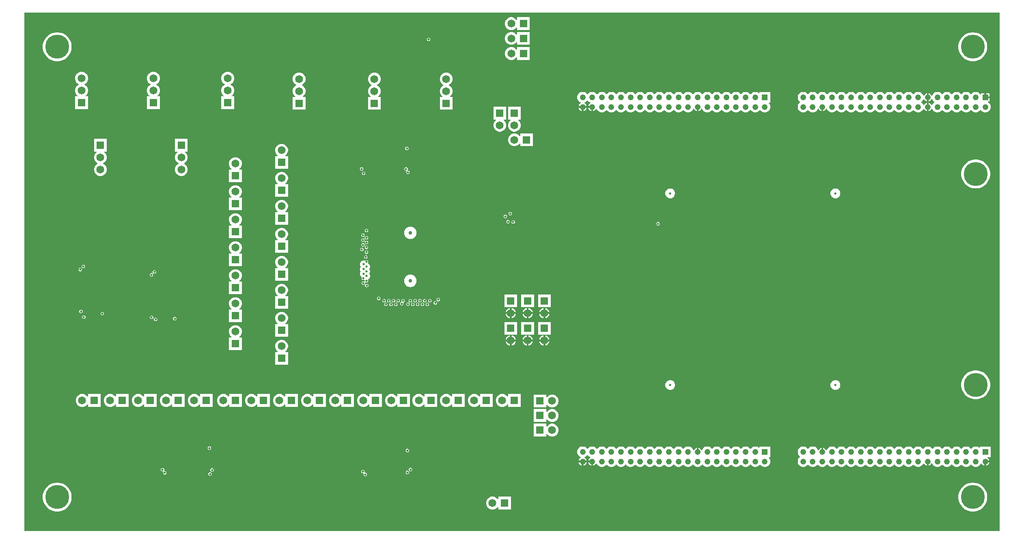
<source format=gbr>
G04*
G04 #@! TF.GenerationSoftware,Altium Limited,Altium Designer,22.4.2 (48)*
G04*
G04 Layer_Physical_Order=3*
G04 Layer_Color=36540*
%FSLAX25Y25*%
%MOIN*%
G70*
G04*
G04 #@! TF.SameCoordinates,2DCEC4E4-29E6-4739-8FF7-65C193B2F985*
G04*
G04*
G04 #@! TF.FilePolarity,Positive*
G04*
G01*
G75*
%ADD65C,0.02953*%
%ADD66C,0.06496*%
%ADD67R,0.06496X0.06496*%
%ADD68R,0.06496X0.06496*%
%ADD69R,0.04878X0.04878*%
%ADD70C,0.04878*%
%ADD71C,0.02000*%
%ADD72C,0.19685*%
%ADD73C,0.05000*%
G36*
X802961Y2039D02*
X2039D01*
Y427961D01*
X802961D01*
Y2039D01*
D02*
G37*
%LPC*%
G36*
X417100Y424228D02*
X406604D01*
Y422212D01*
X406121Y422082D01*
X406051Y422203D01*
X405074Y423180D01*
X403878Y423871D01*
X402543Y424228D01*
X401161D01*
X399826Y423871D01*
X398630Y423180D01*
X397653Y422203D01*
X396962Y421006D01*
X396604Y419671D01*
Y418289D01*
X396962Y416955D01*
X397653Y415758D01*
X398630Y414781D01*
X399826Y414090D01*
X401161Y413732D01*
X402543D01*
X403878Y414090D01*
X405074Y414781D01*
X406051Y415758D01*
X406121Y415878D01*
X406604Y415749D01*
Y413732D01*
X417100D01*
Y424228D01*
D02*
G37*
G36*
X417134Y412067D02*
X406638D01*
Y410050D01*
X406155Y409921D01*
X406086Y410042D01*
X405108Y411019D01*
X403912Y411709D01*
X402577Y412067D01*
X401195D01*
X399860Y411709D01*
X398664Y411019D01*
X397687Y410042D01*
X396996Y408845D01*
X396638Y407510D01*
Y406128D01*
X396996Y404793D01*
X397687Y403597D01*
X398664Y402620D01*
X399860Y401929D01*
X401195Y401571D01*
X402577D01*
X403912Y401929D01*
X405108Y402620D01*
X406086Y403597D01*
X406155Y403717D01*
X406638Y403588D01*
Y401571D01*
X417134D01*
Y412067D01*
D02*
G37*
G36*
X334278Y407400D02*
X333721D01*
X333207Y407187D01*
X332813Y406793D01*
X332600Y406279D01*
Y405722D01*
X332813Y405207D01*
X333207Y404813D01*
X333721Y404600D01*
X334278D01*
X334793Y404813D01*
X335187Y405207D01*
X335400Y405722D01*
Y406279D01*
X335187Y406793D01*
X334793Y407187D01*
X334278Y407400D01*
D02*
G37*
G36*
X417137Y399676D02*
X406641D01*
Y397659D01*
X406158Y397530D01*
X406088Y397650D01*
X405111Y398627D01*
X403915Y399318D01*
X402580Y399676D01*
X401198D01*
X399863Y399318D01*
X398667Y398627D01*
X397689Y397650D01*
X396999Y396453D01*
X396641Y395118D01*
Y393737D01*
X396999Y392402D01*
X397689Y391205D01*
X398667Y390228D01*
X399863Y389537D01*
X401198Y389180D01*
X402580D01*
X403915Y389537D01*
X405111Y390228D01*
X406088Y391205D01*
X406158Y391326D01*
X406641Y391196D01*
Y389180D01*
X417137D01*
Y399676D01*
D02*
G37*
G36*
X781932Y411842D02*
X780068D01*
X778227Y411551D01*
X776454Y410975D01*
X774793Y410129D01*
X773285Y409033D01*
X771967Y407715D01*
X770871Y406207D01*
X770025Y404546D01*
X769449Y402773D01*
X769158Y400932D01*
Y399068D01*
X769449Y397227D01*
X770025Y395454D01*
X770871Y393793D01*
X771967Y392285D01*
X773285Y390967D01*
X774793Y389871D01*
X776454Y389025D01*
X778227Y388449D01*
X780068Y388158D01*
X781932D01*
X783773Y388449D01*
X785546Y389025D01*
X787207Y389871D01*
X788715Y390967D01*
X790033Y392285D01*
X791129Y393793D01*
X791975Y395454D01*
X792551Y397227D01*
X792842Y399068D01*
Y400932D01*
X792551Y402773D01*
X791975Y404546D01*
X791129Y406207D01*
X790033Y407715D01*
X788715Y409033D01*
X787207Y410129D01*
X785546Y410975D01*
X783773Y411551D01*
X781932Y411842D01*
D02*
G37*
G36*
X29932D02*
X28068D01*
X26227Y411551D01*
X24454Y410975D01*
X22793Y410129D01*
X21285Y409033D01*
X19967Y407715D01*
X18871Y406207D01*
X18025Y404546D01*
X17449Y402773D01*
X17157Y400932D01*
Y399068D01*
X17449Y397227D01*
X18025Y395454D01*
X18871Y393793D01*
X19967Y392285D01*
X21285Y390967D01*
X22793Y389871D01*
X24454Y389025D01*
X26227Y388449D01*
X28068Y388158D01*
X29932D01*
X31773Y388449D01*
X33546Y389025D01*
X35207Y389871D01*
X36715Y390967D01*
X38033Y392285D01*
X39129Y393793D01*
X39975Y395454D01*
X40551Y397227D01*
X40843Y399068D01*
Y400932D01*
X40551Y402773D01*
X39975Y404546D01*
X39129Y406207D01*
X38033Y407715D01*
X36715Y409033D01*
X35207Y410129D01*
X33546Y410975D01*
X31773Y411551D01*
X29932Y411842D01*
D02*
G37*
G36*
X614563Y362866D02*
X605686D01*
Y361923D01*
X605224Y361732D01*
X604976Y361979D01*
X603964Y362563D01*
X602835Y362866D01*
X601666D01*
X600537Y362563D01*
X599525Y361979D01*
X598698Y361153D01*
X598563Y360919D01*
X598063D01*
X597928Y361153D01*
X597102Y361979D01*
X596090Y362563D01*
X594961Y362866D01*
X593792D01*
X592663Y362563D01*
X591651Y361979D01*
X590824Y361153D01*
X590689Y360919D01*
X590189D01*
X590055Y361153D01*
X589228Y361979D01*
X588216Y362563D01*
X587087Y362866D01*
X585918D01*
X584789Y362563D01*
X583777Y361979D01*
X582950Y361153D01*
X582815Y360919D01*
X582315D01*
X582181Y361153D01*
X581354Y361979D01*
X580342Y362563D01*
X579213Y362866D01*
X578044D01*
X576915Y362563D01*
X575903Y361979D01*
X575076Y361153D01*
X574941Y360919D01*
X574441D01*
X574306Y361153D01*
X573480Y361979D01*
X572468Y362563D01*
X571339Y362866D01*
X570170D01*
X569041Y362563D01*
X568029Y361979D01*
X567202Y361153D01*
X567067Y360919D01*
X566567D01*
X566432Y361153D01*
X565606Y361979D01*
X564594Y362563D01*
X563465Y362866D01*
X562296D01*
X561167Y362563D01*
X560155Y361979D01*
X559328Y361153D01*
X559193Y360919D01*
X558693D01*
X558558Y361153D01*
X557732Y361979D01*
X556720Y362563D01*
X555591Y362866D01*
X554422D01*
X553293Y362563D01*
X552281Y361979D01*
X551454Y361153D01*
X551319Y360919D01*
X550819D01*
X550684Y361153D01*
X549858Y361979D01*
X548846Y362563D01*
X547717Y362866D01*
X546548D01*
X545419Y362563D01*
X544407Y361979D01*
X543580Y361153D01*
X543445Y360919D01*
X542945D01*
X542810Y361153D01*
X541984Y361979D01*
X540972Y362563D01*
X539843Y362866D01*
X538674D01*
X537545Y362563D01*
X536533Y361979D01*
X535706Y361153D01*
X535571Y360919D01*
X535071D01*
X534936Y361153D01*
X534110Y361979D01*
X533098Y362563D01*
X531969Y362866D01*
X530800D01*
X529671Y362563D01*
X528659Y361979D01*
X527832Y361153D01*
X527697Y360919D01*
X527197D01*
X527062Y361153D01*
X526236Y361979D01*
X525224Y362563D01*
X524095Y362866D01*
X522926D01*
X521797Y362563D01*
X520785Y361979D01*
X519958Y361153D01*
X519823Y360919D01*
X519323D01*
X519188Y361153D01*
X518362Y361979D01*
X517350Y362563D01*
X516221Y362866D01*
X515052D01*
X513923Y362563D01*
X512911Y361979D01*
X512084Y361153D01*
X511949Y360919D01*
X511449D01*
X511314Y361153D01*
X510488Y361979D01*
X509476Y362563D01*
X508347Y362866D01*
X507178D01*
X506049Y362563D01*
X505037Y361979D01*
X504210Y361153D01*
X504075Y360919D01*
X503575D01*
X503440Y361153D01*
X502614Y361979D01*
X501602Y362563D01*
X500473Y362866D01*
X499304D01*
X498175Y362563D01*
X497163Y361979D01*
X496336Y361153D01*
X496201Y360919D01*
X495701D01*
X495566Y361153D01*
X494740Y361979D01*
X493728Y362563D01*
X492599Y362866D01*
X491430D01*
X490301Y362563D01*
X489289Y361979D01*
X488462Y361153D01*
X488327Y360919D01*
X487827D01*
X487692Y361153D01*
X486866Y361979D01*
X485854Y362563D01*
X484725Y362866D01*
X483556D01*
X482427Y362563D01*
X481415Y361979D01*
X480588Y361153D01*
X480453Y360919D01*
X479953D01*
X479818Y361153D01*
X478992Y361979D01*
X477979Y362563D01*
X476850Y362866D01*
X475682D01*
X474553Y362563D01*
X473540Y361979D01*
X472714Y361153D01*
X472579Y360919D01*
X472079D01*
X471944Y361153D01*
X471118Y361979D01*
X470105Y362563D01*
X468976Y362866D01*
X467808D01*
X466679Y362563D01*
X465666Y361979D01*
X464840Y361153D01*
X464705Y360919D01*
X464205D01*
X464070Y361153D01*
X463244Y361979D01*
X462231Y362563D01*
X461102Y362866D01*
X459934D01*
X458805Y362563D01*
X457793Y361979D01*
X456966Y361153D01*
X456382Y360140D01*
X456079Y359011D01*
Y357842D01*
X456382Y356714D01*
X456966Y355701D01*
X457793Y354875D01*
X458805Y354291D01*
X459043Y354227D01*
X459096Y354060D01*
X459086Y353697D01*
X458406Y353305D01*
X457766Y352664D01*
X457313Y351880D01*
X457159Y351303D01*
X460518D01*
Y350553D01*
D01*
Y351303D01*
X463877D01*
X463723Y351880D01*
X463270Y352664D01*
X462630Y353305D01*
X461950Y353697D01*
X461940Y354060D01*
X461993Y354227D01*
X462231Y354291D01*
X463244Y354875D01*
X464070Y355701D01*
X464205Y355935D01*
X464705D01*
X464840Y355701D01*
X465666Y354875D01*
X466679Y354291D01*
X466917Y354227D01*
X466970Y354060D01*
X466960Y353697D01*
X466281Y353305D01*
X465640Y352664D01*
X465187Y351880D01*
X465033Y351303D01*
X468392D01*
Y350553D01*
X469142D01*
Y347194D01*
X469719Y347348D01*
X470504Y347801D01*
X471144Y348441D01*
X471536Y349121D01*
X471899Y349131D01*
X472066Y349078D01*
X472130Y348840D01*
X472714Y347827D01*
X473540Y347001D01*
X474553Y346416D01*
X475682Y346114D01*
X476850D01*
X477979Y346416D01*
X478992Y347001D01*
X479818Y347827D01*
X479953Y348061D01*
X480453D01*
X480588Y347827D01*
X481415Y347001D01*
X482427Y346416D01*
X483556Y346114D01*
X484725D01*
X485854Y346416D01*
X486866Y347001D01*
X487692Y347827D01*
X487827Y348061D01*
X488327D01*
X488462Y347827D01*
X489289Y347001D01*
X490301Y346416D01*
X491430Y346114D01*
X492599D01*
X493728Y346416D01*
X494740Y347001D01*
X495566Y347827D01*
X495701Y348061D01*
X496201D01*
X496336Y347827D01*
X497163Y347001D01*
X498175Y346416D01*
X499304Y346114D01*
X500473D01*
X501602Y346416D01*
X502614Y347001D01*
X503440Y347827D01*
X503575Y348061D01*
X504075D01*
X504210Y347827D01*
X505037Y347001D01*
X506049Y346416D01*
X507178Y346114D01*
X508347D01*
X509476Y346416D01*
X510488Y347001D01*
X511314Y347827D01*
X511449Y348061D01*
X511949D01*
X512084Y347827D01*
X512911Y347001D01*
X513923Y346416D01*
X515052Y346114D01*
X516221D01*
X517350Y346416D01*
X518362Y347001D01*
X519188Y347827D01*
X519323Y348061D01*
X519823D01*
X519958Y347827D01*
X520785Y347001D01*
X521797Y346416D01*
X522926Y346114D01*
X524095D01*
X525224Y346416D01*
X526236Y347001D01*
X527062Y347827D01*
X527197Y348061D01*
X527697D01*
X527832Y347827D01*
X528659Y347001D01*
X529671Y346416D01*
X530800Y346114D01*
X531969D01*
X533098Y346416D01*
X534110Y347001D01*
X534936Y347827D01*
X535071Y348061D01*
X535571D01*
X535706Y347827D01*
X536533Y347001D01*
X537545Y346416D01*
X538674Y346114D01*
X539843D01*
X540972Y346416D01*
X541984Y347001D01*
X542810Y347827D01*
X542945Y348061D01*
X543445D01*
X543580Y347827D01*
X544407Y347001D01*
X545419Y346416D01*
X546548Y346114D01*
X547717D01*
X548846Y346416D01*
X549858Y347001D01*
X550684Y347827D01*
X551269Y348840D01*
X551333Y349078D01*
X551500Y349131D01*
X551862Y349121D01*
X552254Y348441D01*
X552895Y347801D01*
X553679Y347348D01*
X554256Y347194D01*
Y350553D01*
X555756D01*
Y347194D01*
X556334Y347348D01*
X557118Y347801D01*
X557758Y348441D01*
X558151Y349121D01*
X558513Y349131D01*
X558680Y349078D01*
X558744Y348840D01*
X559328Y347827D01*
X560155Y347001D01*
X561167Y346416D01*
X562296Y346114D01*
X563465D01*
X564594Y346416D01*
X565606Y347001D01*
X566432Y347827D01*
X566567Y348061D01*
X567067D01*
X567202Y347827D01*
X568029Y347001D01*
X569041Y346416D01*
X570170Y346114D01*
X571339D01*
X572468Y346416D01*
X573480Y347001D01*
X574306Y347827D01*
X574441Y348061D01*
X574941D01*
X575076Y347827D01*
X575903Y347001D01*
X576915Y346416D01*
X578044Y346114D01*
X579213D01*
X580342Y346416D01*
X581354Y347001D01*
X582181Y347827D01*
X582315Y348061D01*
X582815D01*
X582950Y347827D01*
X583777Y347001D01*
X584789Y346416D01*
X585918Y346114D01*
X587087D01*
X588216Y346416D01*
X589228Y347001D01*
X590055Y347827D01*
X590189Y348061D01*
X590689D01*
X590824Y347827D01*
X591651Y347001D01*
X592663Y346416D01*
X593792Y346114D01*
X594961D01*
X596090Y346416D01*
X597102Y347001D01*
X597928Y347827D01*
X598063Y348061D01*
X598563D01*
X598698Y347827D01*
X599525Y347001D01*
X600537Y346416D01*
X601666Y346114D01*
X602835D01*
X603964Y346416D01*
X604976Y347001D01*
X605802Y347827D01*
X605937Y348061D01*
X606437D01*
X606572Y347827D01*
X607399Y347001D01*
X608411Y346416D01*
X609540Y346114D01*
X610709D01*
X611838Y346416D01*
X612850Y347001D01*
X613677Y347827D01*
X614261Y348840D01*
X614563Y349969D01*
Y351137D01*
X614261Y352266D01*
X613677Y353278D01*
X613429Y353526D01*
X613620Y353988D01*
X614563D01*
Y362866D01*
D02*
G37*
G36*
X736693D02*
X735524D01*
X734395Y362563D01*
X733383Y361979D01*
X732557Y361153D01*
X732422Y360919D01*
X731922D01*
X731787Y361153D01*
X730960Y361979D01*
X729948Y362563D01*
X728819Y362866D01*
X727650D01*
X726521Y362563D01*
X725509Y361979D01*
X724683Y361153D01*
X724548Y360919D01*
X724048D01*
X723913Y361153D01*
X723086Y361979D01*
X722074Y362563D01*
X720945Y362866D01*
X719776D01*
X718647Y362563D01*
X717635Y361979D01*
X716809Y361153D01*
X716674Y360919D01*
X716174D01*
X716039Y361153D01*
X715212Y361979D01*
X714200Y362563D01*
X713071Y362866D01*
X711902D01*
X710773Y362563D01*
X709761Y361979D01*
X708935Y361153D01*
X708800Y360919D01*
X708300D01*
X708165Y361153D01*
X707338Y361979D01*
X706326Y362563D01*
X705197Y362866D01*
X704028D01*
X702899Y362563D01*
X701887Y361979D01*
X701061Y361153D01*
X700926Y360919D01*
X700426D01*
X700291Y361153D01*
X699464Y361979D01*
X698452Y362563D01*
X697323Y362866D01*
X696154D01*
X695025Y362563D01*
X694013Y361979D01*
X693187Y361153D01*
X693052Y360919D01*
X692552D01*
X692417Y361153D01*
X691590Y361979D01*
X690578Y362563D01*
X689449Y362866D01*
X688280D01*
X687151Y362563D01*
X686139Y361979D01*
X685313Y361153D01*
X685178Y360919D01*
X684678D01*
X684543Y361153D01*
X683716Y361979D01*
X682704Y362563D01*
X681575Y362866D01*
X680406D01*
X679277Y362563D01*
X678265Y361979D01*
X677439Y361153D01*
X677304Y360919D01*
X676803D01*
X676669Y361153D01*
X675842Y361979D01*
X674830Y362563D01*
X673701Y362866D01*
X672532D01*
X671403Y362563D01*
X670391Y361979D01*
X669564Y361153D01*
X669429Y360919D01*
X668929D01*
X668794Y361153D01*
X667968Y361979D01*
X666956Y362563D01*
X665827Y362866D01*
X664658D01*
X663529Y362563D01*
X662517Y361979D01*
X661690Y361153D01*
X661555Y360919D01*
X661055D01*
X660920Y361153D01*
X660094Y361979D01*
X659082Y362563D01*
X657953Y362866D01*
X656784D01*
X655655Y362563D01*
X654643Y361979D01*
X653816Y361153D01*
X653681Y360919D01*
X653181D01*
X653047Y361153D01*
X652220Y361979D01*
X651208Y362563D01*
X650079Y362866D01*
X648910D01*
X647781Y362563D01*
X646769Y361979D01*
X645942Y361153D01*
X645807Y360919D01*
X645307D01*
X645173Y361153D01*
X644346Y361979D01*
X643334Y362563D01*
X642205Y362866D01*
X641036D01*
X639907Y362563D01*
X638895Y361979D01*
X638068Y361153D01*
X637484Y360140D01*
X637182Y359011D01*
Y357842D01*
X637484Y356714D01*
X638068Y355701D01*
X638895Y354875D01*
X639129Y354740D01*
Y354240D01*
X638895Y354105D01*
X638068Y353278D01*
X637484Y352266D01*
X637182Y351137D01*
Y349969D01*
X637484Y348840D01*
X638068Y347827D01*
X638895Y347001D01*
X639907Y346416D01*
X641036Y346114D01*
X642205D01*
X643334Y346416D01*
X644346Y347001D01*
X645173Y347827D01*
X645307Y348061D01*
X645807D01*
X645942Y347827D01*
X646769Y347001D01*
X647781Y346416D01*
X648910Y346114D01*
X650079D01*
X651208Y346416D01*
X652220Y347001D01*
X653047Y347827D01*
X653631Y348840D01*
X653695Y349078D01*
X653862Y349131D01*
X654224Y349121D01*
X654617Y348441D01*
X655257Y347801D01*
X656041Y347348D01*
X656618Y347194D01*
Y350553D01*
X658118D01*
Y347194D01*
X658696Y347348D01*
X659480Y347801D01*
X660120Y348441D01*
X660513Y349121D01*
X660875Y349131D01*
X661042Y349078D01*
X661106Y348840D01*
X661690Y347827D01*
X662517Y347001D01*
X663529Y346416D01*
X664658Y346114D01*
X665827D01*
X666956Y346416D01*
X667968Y347001D01*
X668794Y347827D01*
X668929Y348061D01*
X669429D01*
X669564Y347827D01*
X670391Y347001D01*
X671403Y346416D01*
X672532Y346114D01*
X673701D01*
X674830Y346416D01*
X675842Y347001D01*
X676669Y347827D01*
X676803Y348061D01*
X677304D01*
X677439Y347827D01*
X678265Y347001D01*
X679277Y346416D01*
X680406Y346114D01*
X681575D01*
X682704Y346416D01*
X683716Y347001D01*
X684543Y347827D01*
X684678Y348061D01*
X685178D01*
X685313Y347827D01*
X686139Y347001D01*
X687151Y346416D01*
X688280Y346114D01*
X689449D01*
X690578Y346416D01*
X691590Y347001D01*
X692417Y347827D01*
X692552Y348061D01*
X693052D01*
X693187Y347827D01*
X694013Y347001D01*
X695025Y346416D01*
X696154Y346114D01*
X697323D01*
X698452Y346416D01*
X699464Y347001D01*
X700291Y347827D01*
X700426Y348061D01*
X700926D01*
X701061Y347827D01*
X701887Y347001D01*
X702899Y346416D01*
X704028Y346114D01*
X705197D01*
X706326Y346416D01*
X707338Y347001D01*
X708165Y347827D01*
X708300Y348061D01*
X708800D01*
X708935Y347827D01*
X709761Y347001D01*
X710773Y346416D01*
X711902Y346114D01*
X713071D01*
X714200Y346416D01*
X715212Y347001D01*
X716039Y347827D01*
X716174Y348061D01*
X716674D01*
X716809Y347827D01*
X717635Y347001D01*
X718647Y346416D01*
X719776Y346114D01*
X720945D01*
X722074Y346416D01*
X723086Y347001D01*
X723913Y347827D01*
X724048Y348061D01*
X724548D01*
X724683Y347827D01*
X725509Y347001D01*
X726521Y346416D01*
X727650Y346114D01*
X728819D01*
X729948Y346416D01*
X730960Y347001D01*
X731787Y347827D01*
X731922Y348061D01*
X732422D01*
X732557Y347827D01*
X733383Y347001D01*
X734395Y346416D01*
X735524Y346114D01*
X736693D01*
X737822Y346416D01*
X738834Y347001D01*
X739661Y347827D01*
X740245Y348840D01*
X740309Y349078D01*
X740476Y349131D01*
X740838Y349121D01*
X741231Y348441D01*
X741871Y347801D01*
X742655Y347348D01*
X743233Y347194D01*
Y350553D01*
Y353912D01*
X742655Y353758D01*
X741871Y353305D01*
X741231Y352664D01*
X740838Y351985D01*
X740476Y351975D01*
X740309Y352028D01*
X740245Y352266D01*
X739661Y353278D01*
X738834Y354105D01*
X738600Y354240D01*
Y354740D01*
X738834Y354875D01*
X739661Y355701D01*
X740245Y356714D01*
X740309Y356952D01*
X740476Y357004D01*
X740838Y356995D01*
X741231Y356315D01*
X741871Y355675D01*
X742655Y355222D01*
X743233Y355068D01*
Y358427D01*
Y361786D01*
X742655Y361631D01*
X741871Y361179D01*
X741231Y360539D01*
X740838Y359859D01*
X740476Y359849D01*
X740309Y359902D01*
X740245Y360140D01*
X739661Y361153D01*
X738834Y361979D01*
X737822Y362563D01*
X736693Y362866D01*
D02*
G37*
G36*
X783937D02*
X782768D01*
X781639Y362563D01*
X780627Y361979D01*
X779801Y361153D01*
X779666Y360919D01*
X779166D01*
X779031Y361153D01*
X778204Y361979D01*
X777192Y362563D01*
X776063Y362866D01*
X774894D01*
X773765Y362563D01*
X772753Y361979D01*
X771927Y361153D01*
X771792Y360919D01*
X771292D01*
X771157Y361153D01*
X770330Y361979D01*
X769318Y362563D01*
X768189Y362866D01*
X767020D01*
X765891Y362563D01*
X764879Y361979D01*
X764053Y361153D01*
X763918Y360919D01*
X763418D01*
X763283Y361153D01*
X762456Y361979D01*
X761444Y362563D01*
X760315Y362866D01*
X759146D01*
X758017Y362563D01*
X757005Y361979D01*
X756179Y361153D01*
X756044Y360919D01*
X755544D01*
X755409Y361153D01*
X754582Y361979D01*
X753570Y362563D01*
X752441Y362866D01*
X751272D01*
X750143Y362563D01*
X749131Y361979D01*
X748305Y361153D01*
X747720Y360140D01*
X747656Y359902D01*
X747489Y359849D01*
X747127Y359859D01*
X746735Y360539D01*
X746094Y361179D01*
X745310Y361631D01*
X744733Y361786D01*
Y358427D01*
Y355068D01*
X745310Y355222D01*
X746094Y355675D01*
X746735Y356315D01*
X747127Y356995D01*
X747489Y357004D01*
X747656Y356952D01*
X747720Y356714D01*
X748305Y355701D01*
X749131Y354875D01*
X749365Y354740D01*
Y354240D01*
X749131Y354105D01*
X748305Y353278D01*
X747720Y352266D01*
X747656Y352028D01*
X747489Y351975D01*
X747127Y351985D01*
X746735Y352664D01*
X746094Y353305D01*
X745310Y353758D01*
X744733Y353912D01*
Y350553D01*
Y347194D01*
X745310Y347348D01*
X746094Y347801D01*
X746735Y348441D01*
X747127Y349121D01*
X747489Y349131D01*
X747656Y349078D01*
X747720Y348840D01*
X748305Y347827D01*
X749131Y347001D01*
X750143Y346416D01*
X751272Y346114D01*
X752441D01*
X753570Y346416D01*
X754582Y347001D01*
X755409Y347827D01*
X755544Y348061D01*
X756044D01*
X756179Y347827D01*
X757005Y347001D01*
X758017Y346416D01*
X759146Y346114D01*
X760315D01*
X761444Y346416D01*
X762456Y347001D01*
X763283Y347827D01*
X763418Y348061D01*
X763918D01*
X764053Y347827D01*
X764879Y347001D01*
X765891Y346416D01*
X767020Y346114D01*
X768189D01*
X769318Y346416D01*
X770330Y347001D01*
X771157Y347827D01*
X771292Y348061D01*
X771792D01*
X771927Y347827D01*
X772753Y347001D01*
X773765Y346416D01*
X774894Y346114D01*
X776063D01*
X777192Y346416D01*
X778204Y347001D01*
X779031Y347827D01*
X779166Y348061D01*
X779666D01*
X779801Y347827D01*
X780627Y347001D01*
X781639Y346416D01*
X782768Y346114D01*
X783937D01*
X785066Y346416D01*
X786078Y347001D01*
X786905Y347827D01*
X787040Y348061D01*
X787540D01*
X787675Y347827D01*
X788501Y347001D01*
X789513Y346416D01*
X790642Y346114D01*
X791811D01*
X792940Y346416D01*
X793952Y347001D01*
X794779Y347827D01*
X795363Y348840D01*
X795666Y349969D01*
Y351137D01*
X795363Y352266D01*
X794779Y353278D01*
X793952Y354105D01*
X793289Y354488D01*
X793423Y354988D01*
X794666D01*
Y357677D01*
X791227D01*
Y358427D01*
X790477D01*
Y361866D01*
X787788D01*
Y360623D01*
X787288Y360489D01*
X786905Y361153D01*
X786078Y361979D01*
X785066Y362563D01*
X783937Y362866D01*
D02*
G37*
G36*
X794666Y361866D02*
X791977D01*
Y359177D01*
X794666D01*
Y361866D01*
D02*
G37*
G36*
X169691Y379248D02*
X168309D01*
X166974Y378890D01*
X165778Y378200D01*
X164801Y377222D01*
X164110Y376026D01*
X163752Y374691D01*
Y373309D01*
X164110Y371974D01*
X164801Y370778D01*
X165778Y369800D01*
X166664Y369289D01*
Y368711D01*
X165778Y368199D01*
X164801Y367222D01*
X164110Y366026D01*
X163752Y364691D01*
Y363309D01*
X164110Y361974D01*
X164801Y360778D01*
X165778Y359801D01*
X165898Y359731D01*
X165769Y359248D01*
X163752D01*
Y348752D01*
X174248D01*
Y359248D01*
X172231D01*
X172102Y359731D01*
X172222Y359801D01*
X173199Y360778D01*
X173890Y361974D01*
X174248Y363309D01*
Y364691D01*
X173890Y366026D01*
X173199Y367222D01*
X172222Y368199D01*
X171336Y368711D01*
Y369289D01*
X172222Y369800D01*
X173199Y370778D01*
X173890Y371974D01*
X174248Y373309D01*
Y374691D01*
X173890Y376026D01*
X173199Y377222D01*
X172222Y378200D01*
X171026Y378890D01*
X169691Y379248D01*
D02*
G37*
G36*
X108691D02*
X107309D01*
X105974Y378890D01*
X104778Y378200D01*
X103800Y377222D01*
X103110Y376026D01*
X102752Y374691D01*
Y373309D01*
X103110Y371974D01*
X103800Y370778D01*
X104778Y369800D01*
X105664Y369289D01*
Y368711D01*
X104778Y368199D01*
X103800Y367222D01*
X103110Y366026D01*
X102752Y364691D01*
Y363309D01*
X103110Y361974D01*
X103800Y360778D01*
X104778Y359801D01*
X104898Y359731D01*
X104769Y359248D01*
X102752D01*
Y348752D01*
X113248D01*
Y359248D01*
X111231D01*
X111102Y359731D01*
X111222Y359801D01*
X112199Y360778D01*
X112890Y361974D01*
X113248Y363309D01*
Y364691D01*
X112890Y366026D01*
X112199Y367222D01*
X111222Y368199D01*
X110336Y368711D01*
Y369289D01*
X111222Y369800D01*
X112199Y370778D01*
X112890Y371974D01*
X113248Y373309D01*
Y374691D01*
X112890Y376026D01*
X112199Y377222D01*
X111222Y378200D01*
X110026Y378890D01*
X108691Y379248D01*
D02*
G37*
G36*
X49691D02*
X48309D01*
X46974Y378890D01*
X45778Y378200D01*
X44800Y377222D01*
X44110Y376026D01*
X43752Y374691D01*
Y373309D01*
X44110Y371974D01*
X44800Y370778D01*
X45778Y369800D01*
X46664Y369289D01*
Y368711D01*
X45778Y368199D01*
X44800Y367222D01*
X44110Y366026D01*
X43752Y364691D01*
Y363309D01*
X44110Y361974D01*
X44800Y360778D01*
X45778Y359801D01*
X45898Y359731D01*
X45769Y359248D01*
X43752D01*
Y348752D01*
X54248D01*
Y359248D01*
X52231D01*
X52102Y359731D01*
X52222Y359801D01*
X53199Y360778D01*
X53890Y361974D01*
X54248Y363309D01*
Y364691D01*
X53890Y366026D01*
X53199Y367222D01*
X52222Y368199D01*
X51336Y368711D01*
Y369289D01*
X52222Y369800D01*
X53199Y370778D01*
X53890Y371974D01*
X54248Y373309D01*
Y374691D01*
X53890Y376026D01*
X53199Y377222D01*
X52222Y378200D01*
X51026Y378890D01*
X49691Y379248D01*
D02*
G37*
G36*
X228320Y378793D02*
X226938D01*
X225603Y378435D01*
X224406Y377744D01*
X223429Y376767D01*
X222738Y375570D01*
X222381Y374236D01*
Y372854D01*
X222738Y371519D01*
X223429Y370322D01*
X224406Y369345D01*
X225293Y368833D01*
Y368256D01*
X224406Y367744D01*
X223429Y366767D01*
X222738Y365570D01*
X222381Y364236D01*
Y362854D01*
X222738Y361519D01*
X223429Y360322D01*
X224406Y359345D01*
X224527Y359276D01*
X224397Y358793D01*
X222381D01*
Y348297D01*
X232877D01*
Y358793D01*
X230860D01*
X230731Y359276D01*
X230851Y359345D01*
X231828Y360322D01*
X232519Y361519D01*
X232877Y362854D01*
Y364236D01*
X232519Y365570D01*
X231828Y366767D01*
X230851Y367744D01*
X229965Y368256D01*
Y368833D01*
X230851Y369345D01*
X231828Y370322D01*
X232519Y371519D01*
X232877Y372854D01*
Y374236D01*
X232519Y375570D01*
X231828Y376767D01*
X230851Y377744D01*
X229655Y378435D01*
X228320Y378793D01*
D02*
G37*
G36*
X349191Y378748D02*
X347809D01*
X346474Y378390D01*
X345278Y377699D01*
X344301Y376722D01*
X343610Y375526D01*
X343252Y374191D01*
Y372809D01*
X343610Y371474D01*
X344301Y370278D01*
X345278Y369301D01*
X346164Y368789D01*
Y368211D01*
X345278Y367700D01*
X344301Y366722D01*
X343610Y365526D01*
X343252Y364191D01*
Y362809D01*
X343610Y361474D01*
X344301Y360278D01*
X345278Y359300D01*
X345398Y359231D01*
X345269Y358748D01*
X343252D01*
Y348252D01*
X353748D01*
Y358748D01*
X351731D01*
X351602Y359231D01*
X351722Y359300D01*
X352699Y360278D01*
X353390Y361474D01*
X353748Y362809D01*
Y364191D01*
X353390Y365526D01*
X352699Y366722D01*
X351722Y367700D01*
X350836Y368211D01*
Y368789D01*
X351722Y369301D01*
X352699Y370278D01*
X353390Y371474D01*
X353748Y372809D01*
Y374191D01*
X353390Y375526D01*
X352699Y376722D01*
X351722Y377699D01*
X350526Y378390D01*
X349191Y378748D01*
D02*
G37*
G36*
X290191D02*
X288809D01*
X287474Y378390D01*
X286278Y377699D01*
X285300Y376722D01*
X284610Y375526D01*
X284252Y374191D01*
Y372809D01*
X284610Y371474D01*
X285300Y370278D01*
X286278Y369301D01*
X287164Y368789D01*
Y368211D01*
X286278Y367700D01*
X285300Y366722D01*
X284610Y365526D01*
X284252Y364191D01*
Y362809D01*
X284610Y361474D01*
X285300Y360278D01*
X286278Y359300D01*
X286398Y359231D01*
X286269Y358748D01*
X284252D01*
Y348252D01*
X294748D01*
Y358748D01*
X292731D01*
X292602Y359231D01*
X292722Y359300D01*
X293700Y360278D01*
X294390Y361474D01*
X294748Y362809D01*
Y364191D01*
X294390Y365526D01*
X293700Y366722D01*
X292722Y367700D01*
X291836Y368211D01*
Y368789D01*
X292722Y369301D01*
X293700Y370278D01*
X294390Y371474D01*
X294748Y372809D01*
Y374191D01*
X294390Y375526D01*
X293700Y376722D01*
X292722Y377699D01*
X291526Y378390D01*
X290191Y378748D01*
D02*
G37*
G36*
X463877Y349803D02*
X461268D01*
Y347194D01*
X461845Y347348D01*
X462630Y347801D01*
X463270Y348441D01*
X463723Y349225D01*
X463877Y349803D01*
D02*
G37*
G36*
X467642D02*
X465033D01*
X465187Y349225D01*
X465640Y348441D01*
X466281Y347801D01*
X467065Y347348D01*
X467642Y347194D01*
Y349803D01*
D02*
G37*
G36*
X459768D02*
X457159D01*
X457313Y349225D01*
X457766Y348441D01*
X458406Y347801D01*
X459191Y347348D01*
X459768Y347194D01*
Y349803D01*
D02*
G37*
G36*
X409700Y350694D02*
X399204D01*
Y340198D01*
X401221D01*
X401350Y339715D01*
X401230Y339645D01*
X400253Y338668D01*
X399562Y337472D01*
X399204Y336137D01*
Y334755D01*
X399562Y333420D01*
X400253Y332224D01*
X401230Y331246D01*
X402427Y330556D01*
X403761Y330198D01*
X405143D01*
X406478Y330556D01*
X407675Y331246D01*
X408652Y332224D01*
X409343Y333420D01*
X409700Y334755D01*
Y336137D01*
X409343Y337472D01*
X408652Y338668D01*
X407675Y339645D01*
X407554Y339715D01*
X407684Y340198D01*
X409700D01*
Y350694D01*
D02*
G37*
G36*
X397700D02*
X387204D01*
Y340198D01*
X389221D01*
X389350Y339715D01*
X389230Y339645D01*
X388253Y338668D01*
X387562Y337472D01*
X387204Y336137D01*
Y334755D01*
X387562Y333420D01*
X388253Y332224D01*
X389230Y331246D01*
X390427Y330556D01*
X391761Y330198D01*
X393143D01*
X394478Y330556D01*
X395675Y331246D01*
X396652Y332224D01*
X397343Y333420D01*
X397700Y334755D01*
Y336137D01*
X397343Y337472D01*
X396652Y338668D01*
X395675Y339645D01*
X395554Y339715D01*
X395684Y340198D01*
X397700D01*
Y350694D01*
D02*
G37*
G36*
X419700Y328748D02*
X409204D01*
Y326731D01*
X408721Y326602D01*
X408652Y326722D01*
X407675Y327699D01*
X406478Y328390D01*
X405143Y328748D01*
X403761D01*
X402427Y328390D01*
X401230Y327699D01*
X400253Y326722D01*
X399562Y325526D01*
X399204Y324191D01*
Y322809D01*
X399562Y321474D01*
X400253Y320278D01*
X401230Y319301D01*
X402427Y318610D01*
X403761Y318252D01*
X405143D01*
X406478Y318610D01*
X407675Y319301D01*
X408652Y320278D01*
X408721Y320398D01*
X409204Y320269D01*
Y318252D01*
X419700D01*
Y328748D01*
D02*
G37*
G36*
X316500Y317800D02*
X315943D01*
X315428Y317587D01*
X315035Y317193D01*
X314822Y316679D01*
Y316122D01*
X315035Y315607D01*
X315428Y315213D01*
X315943Y315000D01*
X316500D01*
X317015Y315213D01*
X317408Y315607D01*
X317621Y316122D01*
Y316679D01*
X317408Y317193D01*
X317015Y317587D01*
X316500Y317800D01*
D02*
G37*
G36*
X213970Y320165D02*
X212589D01*
X211254Y319808D01*
X210057Y319117D01*
X209080Y318140D01*
X208389Y316943D01*
X208031Y315608D01*
Y314227D01*
X208389Y312892D01*
X209080Y311695D01*
X210057Y310718D01*
X210177Y310648D01*
X210048Y310166D01*
X208031D01*
Y299669D01*
X218527D01*
Y310166D01*
X216511D01*
X216381Y310648D01*
X216502Y310718D01*
X217479Y311695D01*
X218170Y312892D01*
X218527Y314227D01*
Y315608D01*
X218170Y316943D01*
X217479Y318140D01*
X216502Y319117D01*
X215305Y319808D01*
X213970Y320165D01*
D02*
G37*
G36*
X279278Y300900D02*
X278721D01*
X278207Y300687D01*
X277813Y300293D01*
X277600Y299779D01*
Y299221D01*
X277813Y298707D01*
X278207Y298313D01*
X278721Y298100D01*
X279278D01*
X279793Y298313D01*
X280187Y298707D01*
X280400Y299221D01*
Y299779D01*
X280187Y300293D01*
X279793Y300687D01*
X279278Y300900D01*
D02*
G37*
G36*
X315778D02*
X315222D01*
X314707Y300687D01*
X314313Y300293D01*
X314100Y299779D01*
Y299221D01*
X314313Y298707D01*
X314707Y298313D01*
X315222Y298100D01*
X315697D01*
X315857Y297878D01*
X315943Y297638D01*
X315863Y297559D01*
X315650Y297044D01*
Y296487D01*
X315863Y295973D01*
X316257Y295579D01*
X316772Y295366D01*
X317329D01*
X317843Y295579D01*
X318237Y295973D01*
X318450Y296487D01*
Y297044D01*
X318237Y297559D01*
X317843Y297953D01*
X317329Y298166D01*
X316853D01*
X316693Y298388D01*
X316608Y298628D01*
X316687Y298707D01*
X316900Y299221D01*
Y299779D01*
X316687Y300293D01*
X316293Y300687D01*
X315778Y300900D01*
D02*
G37*
G36*
X280978Y297400D02*
X280421D01*
X279907Y297187D01*
X279513Y296793D01*
X279300Y296279D01*
Y295722D01*
X279513Y295207D01*
X279907Y294813D01*
X280421Y294600D01*
X280978D01*
X281493Y294813D01*
X281887Y295207D01*
X282100Y295722D01*
Y296279D01*
X281887Y296793D01*
X281493Y297187D01*
X280978Y297400D01*
D02*
G37*
G36*
X69685Y324349D02*
X59189D01*
Y313853D01*
X61206D01*
X61335Y313370D01*
X61215Y313300D01*
X60237Y312323D01*
X59547Y311126D01*
X59189Y309791D01*
Y308410D01*
X59547Y307075D01*
X60237Y305878D01*
X61215Y304901D01*
X62101Y304389D01*
Y303812D01*
X61215Y303300D01*
X60237Y302323D01*
X59547Y301126D01*
X59189Y299792D01*
Y298410D01*
X59547Y297075D01*
X60237Y295878D01*
X61215Y294901D01*
X62411Y294210D01*
X63746Y293853D01*
X65128D01*
X66463Y294210D01*
X67659Y294901D01*
X68637Y295878D01*
X69327Y297075D01*
X69685Y298410D01*
Y299792D01*
X69327Y301126D01*
X68637Y302323D01*
X67659Y303300D01*
X66773Y303812D01*
Y304389D01*
X67659Y304901D01*
X68637Y305878D01*
X69327Y307075D01*
X69685Y308410D01*
Y309791D01*
X69327Y311126D01*
X68637Y312323D01*
X67659Y313300D01*
X67539Y313370D01*
X67668Y313853D01*
X69685D01*
Y324349D01*
D02*
G37*
G36*
X136156Y324349D02*
X125660D01*
Y313853D01*
X127677D01*
X127806Y313370D01*
X127686Y313300D01*
X126709Y312323D01*
X126018Y311126D01*
X125660Y309791D01*
Y308410D01*
X126018Y307075D01*
X126709Y305878D01*
X127686Y304901D01*
X128572Y304389D01*
Y303812D01*
X127686Y303300D01*
X126709Y302323D01*
X126018Y301126D01*
X125660Y299792D01*
Y298410D01*
X126018Y297075D01*
X126709Y295878D01*
X127686Y294901D01*
X128882Y294210D01*
X130217Y293853D01*
X131599D01*
X132934Y294210D01*
X134131Y294901D01*
X135108Y295878D01*
X135799Y297075D01*
X136156Y298410D01*
Y299792D01*
X135799Y301126D01*
X135108Y302323D01*
X134131Y303300D01*
X133244Y303812D01*
Y304389D01*
X134131Y304901D01*
X135108Y305878D01*
X135799Y307075D01*
X136156Y308410D01*
Y309791D01*
X135799Y311126D01*
X135108Y312323D01*
X134131Y313300D01*
X134010Y313370D01*
X134139Y313853D01*
X136156D01*
Y324349D01*
D02*
G37*
G36*
X176026Y309213D02*
X174645D01*
X173310Y308855D01*
X172113Y308164D01*
X171136Y307187D01*
X170445Y305991D01*
X170088Y304656D01*
Y303274D01*
X170445Y301939D01*
X171136Y300743D01*
X172113Y299765D01*
X172234Y299696D01*
X172104Y299213D01*
X170088D01*
Y288717D01*
X180584D01*
Y299213D01*
X178567D01*
X178437Y299696D01*
X178558Y299765D01*
X179535Y300743D01*
X180226Y301939D01*
X180584Y303274D01*
Y304656D01*
X180226Y305991D01*
X179535Y307187D01*
X178558Y308164D01*
X177361Y308855D01*
X176026Y309213D01*
D02*
G37*
G36*
X784285Y307277D02*
X782421D01*
X780580Y306986D01*
X778807Y306410D01*
X777146Y305563D01*
X775638Y304468D01*
X774320Y303150D01*
X773224Y301642D01*
X772378Y299981D01*
X771802Y298208D01*
X771510Y296367D01*
Y294503D01*
X771802Y292662D01*
X772378Y290889D01*
X773224Y289228D01*
X774320Y287720D01*
X775638Y286402D01*
X777146Y285306D01*
X778807Y284460D01*
X780580Y283884D01*
X782421Y283592D01*
X784285D01*
X786126Y283884D01*
X787899Y284460D01*
X789560Y285306D01*
X791068Y286402D01*
X792386Y287720D01*
X793481Y289228D01*
X794328Y290889D01*
X794904Y292662D01*
X795195Y294503D01*
Y296367D01*
X794904Y298208D01*
X794328Y299981D01*
X793481Y301642D01*
X792386Y303150D01*
X791068Y304468D01*
X789560Y305563D01*
X787899Y306410D01*
X786126Y306986D01*
X784285Y307277D01*
D02*
G37*
G36*
X213970Y297165D02*
X212589D01*
X211254Y296808D01*
X210057Y296117D01*
X209080Y295140D01*
X208389Y293943D01*
X208031Y292608D01*
Y291227D01*
X208389Y289892D01*
X209080Y288695D01*
X210057Y287718D01*
X210177Y287649D01*
X210048Y287165D01*
X208031D01*
Y276669D01*
X218527D01*
Y287165D01*
X216511D01*
X216381Y287649D01*
X216502Y287718D01*
X217479Y288695D01*
X218170Y289892D01*
X218527Y291227D01*
Y292608D01*
X218170Y293943D01*
X217479Y295140D01*
X216502Y296117D01*
X215305Y296808D01*
X213970Y297165D01*
D02*
G37*
G36*
X668686Y283549D02*
X667633D01*
X666616Y283276D01*
X665704Y282750D01*
X664959Y282005D01*
X664432Y281093D01*
X664160Y280076D01*
Y279022D01*
X664432Y278005D01*
X664959Y277093D01*
X665704Y276348D01*
X666616Y275821D01*
X667633Y275549D01*
X668686D01*
X669704Y275821D01*
X670616Y276348D01*
X671361Y277093D01*
X671887Y278005D01*
X672160Y279022D01*
Y280076D01*
X671887Y281093D01*
X671361Y282005D01*
X670616Y282750D01*
X669704Y283276D01*
X668686Y283549D01*
D02*
G37*
G36*
X532954D02*
X531901D01*
X530884Y283276D01*
X529971Y282750D01*
X529227Y282005D01*
X528700Y281093D01*
X528427Y280076D01*
Y279022D01*
X528700Y278005D01*
X529227Y277093D01*
X529971Y276348D01*
X530884Y275821D01*
X531901Y275549D01*
X532954D01*
X533971Y275821D01*
X534883Y276348D01*
X535628Y277093D01*
X536155Y278005D01*
X536427Y279022D01*
Y280076D01*
X536155Y281093D01*
X535628Y282005D01*
X534883Y282750D01*
X533971Y283276D01*
X532954Y283549D01*
D02*
G37*
G36*
X176026Y286213D02*
X174645D01*
X173310Y285855D01*
X172113Y285164D01*
X171136Y284187D01*
X170445Y282991D01*
X170088Y281656D01*
Y280274D01*
X170445Y278939D01*
X171136Y277743D01*
X172113Y276765D01*
X172234Y276696D01*
X172104Y276213D01*
X170088D01*
Y265717D01*
X180584D01*
Y276213D01*
X178567D01*
X178437Y276696D01*
X178558Y276765D01*
X179535Y277743D01*
X180226Y278939D01*
X180584Y280274D01*
Y281656D01*
X180226Y282991D01*
X179535Y284187D01*
X178558Y285164D01*
X177361Y285855D01*
X176026Y286213D01*
D02*
G37*
G36*
X401278Y264200D02*
X400722D01*
X400207Y263987D01*
X399813Y263593D01*
X399600Y263078D01*
Y262522D01*
X399813Y262007D01*
X400207Y261613D01*
X400722Y261400D01*
X401278D01*
X401793Y261613D01*
X402187Y262007D01*
X402400Y262522D01*
Y263078D01*
X402187Y263593D01*
X401793Y263987D01*
X401278Y264200D01*
D02*
G37*
G36*
X397278Y261900D02*
X396722D01*
X396207Y261687D01*
X395813Y261293D01*
X395600Y260778D01*
Y260222D01*
X395813Y259707D01*
X396207Y259313D01*
X396722Y259100D01*
X397278D01*
X397793Y259313D01*
X398187Y259707D01*
X398400Y260222D01*
Y260778D01*
X398187Y261293D01*
X397793Y261687D01*
X397278Y261900D01*
D02*
G37*
G36*
X399578Y257600D02*
X399022D01*
X398507Y257387D01*
X398113Y256993D01*
X397900Y256479D01*
Y255922D01*
X398113Y255407D01*
X398507Y255013D01*
X399022Y254800D01*
X399578D01*
X400093Y255013D01*
X400487Y255407D01*
X400700Y255922D01*
Y256479D01*
X400487Y256993D01*
X400093Y257387D01*
X399578Y257600D01*
D02*
G37*
G36*
X403779Y257400D02*
X403222D01*
X402707Y257187D01*
X402313Y256793D01*
X402100Y256278D01*
Y255721D01*
X402313Y255207D01*
X402707Y254813D01*
X403222Y254600D01*
X403779D01*
X404293Y254813D01*
X404687Y255207D01*
X404900Y255721D01*
Y256278D01*
X404687Y256793D01*
X404293Y257187D01*
X403779Y257400D01*
D02*
G37*
G36*
X213970Y274166D02*
X212589D01*
X211254Y273808D01*
X210057Y273117D01*
X209080Y272140D01*
X208389Y270943D01*
X208031Y269608D01*
Y268227D01*
X208389Y266892D01*
X209080Y265695D01*
X210057Y264718D01*
X210177Y264649D01*
X210048Y264165D01*
X208031D01*
Y253669D01*
X218527D01*
Y264165D01*
X216511D01*
X216381Y264649D01*
X216502Y264718D01*
X217479Y265695D01*
X218170Y266892D01*
X218527Y268227D01*
Y269608D01*
X218170Y270943D01*
X217479Y272140D01*
X216502Y273117D01*
X215305Y273808D01*
X213970Y274166D01*
D02*
G37*
G36*
X522704Y255900D02*
X522147D01*
X521632Y255687D01*
X521238Y255293D01*
X521025Y254779D01*
Y254222D01*
X521238Y253707D01*
X521632Y253313D01*
X522147Y253100D01*
X522704D01*
X523218Y253313D01*
X523612Y253707D01*
X523825Y254222D01*
Y254779D01*
X523612Y255293D01*
X523218Y255687D01*
X522704Y255900D01*
D02*
G37*
G36*
X283290Y250379D02*
X282733D01*
X282218Y250166D01*
X281824Y249772D01*
X281611Y249258D01*
Y248701D01*
X281824Y248186D01*
X282218Y247792D01*
X282733Y247579D01*
X283290D01*
X283804Y247792D01*
X284198Y248186D01*
X284411Y248701D01*
Y249258D01*
X284198Y249772D01*
X283804Y250166D01*
X283290Y250379D01*
D02*
G37*
G36*
X280384Y246464D02*
X279827D01*
X279312Y246251D01*
X278919Y245857D01*
X278706Y245343D01*
Y244786D01*
X278919Y244271D01*
X279312Y243877D01*
X279827Y243664D01*
X280384D01*
X280899Y243877D01*
X281292Y244271D01*
X281505Y244786D01*
Y245343D01*
X281292Y245857D01*
X280899Y246251D01*
X280384Y246464D01*
D02*
G37*
G36*
X176026Y263213D02*
X174645D01*
X173310Y262855D01*
X172113Y262164D01*
X171136Y261187D01*
X170445Y259991D01*
X170088Y258656D01*
Y257274D01*
X170445Y255939D01*
X171136Y254743D01*
X172113Y253766D01*
X172234Y253696D01*
X172104Y253213D01*
X170088D01*
Y242717D01*
X180584D01*
Y253213D01*
X178567D01*
X178437Y253696D01*
X178558Y253766D01*
X179535Y254743D01*
X180226Y255939D01*
X180584Y257274D01*
Y258656D01*
X180226Y259991D01*
X179535Y261187D01*
X178558Y262164D01*
X177361Y262855D01*
X176026Y263213D01*
D02*
G37*
G36*
X319000Y252141D02*
X317675Y251966D01*
X316441Y251455D01*
X315380Y250641D01*
X314567Y249581D01*
X314055Y248346D01*
X313881Y247022D01*
X314055Y245697D01*
X314567Y244462D01*
X315380Y243402D01*
X316441Y242588D01*
X317675Y242077D01*
X319000Y241903D01*
X320325Y242077D01*
X321560Y242588D01*
X322620Y243402D01*
X323433Y244462D01*
X323944Y245697D01*
X324119Y247022D01*
X323944Y248346D01*
X323433Y249581D01*
X322620Y250641D01*
X321560Y251455D01*
X320325Y251966D01*
X319000Y252141D01*
D02*
G37*
G36*
X283290Y244474D02*
X282733D01*
X282218Y244261D01*
X281824Y243867D01*
X281611Y243352D01*
Y242795D01*
X281824Y242281D01*
X282218Y241887D01*
X282733Y241674D01*
X283290D01*
X283804Y241887D01*
X284198Y242281D01*
X284411Y242795D01*
Y243352D01*
X284198Y243867D01*
X283804Y244261D01*
X283290Y244474D01*
D02*
G37*
G36*
X280384Y242527D02*
X279827D01*
X279312Y242314D01*
X278919Y241920D01*
X278706Y241406D01*
Y240849D01*
X278919Y240334D01*
X279312Y239940D01*
X279827Y239727D01*
X280384D01*
X280899Y239940D01*
X281292Y240334D01*
X281505Y240849D01*
Y241406D01*
X281292Y241920D01*
X280899Y242314D01*
X280384Y242527D01*
D02*
G37*
G36*
X283290Y240537D02*
X282733D01*
X282218Y240323D01*
X281824Y239930D01*
X281611Y239415D01*
Y238858D01*
X281824Y238344D01*
X282218Y237950D01*
X282733Y237737D01*
X283290D01*
X283804Y237950D01*
X284198Y238344D01*
X284411Y238858D01*
Y239415D01*
X284198Y239930D01*
X283804Y240323D01*
X283290Y240537D01*
D02*
G37*
G36*
X280384Y238590D02*
X279827D01*
X279312Y238377D01*
X278919Y237983D01*
X278706Y237469D01*
Y236912D01*
X278919Y236397D01*
X279312Y236003D01*
X279827Y235790D01*
X280384D01*
X280899Y236003D01*
X281292Y236397D01*
X281505Y236912D01*
Y237469D01*
X281292Y237983D01*
X280899Y238377D01*
X280384Y238590D01*
D02*
G37*
G36*
X283207Y236682D02*
X282650D01*
X282136Y236469D01*
X281742Y236075D01*
X281529Y235560D01*
Y235003D01*
X281742Y234489D01*
X282136Y234095D01*
X282650Y233882D01*
X283207D01*
X283722Y234095D01*
X284116Y234489D01*
X284329Y235003D01*
Y235560D01*
X284116Y236075D01*
X283722Y236469D01*
X283207Y236682D01*
D02*
G37*
G36*
X279448Y234795D02*
X278891D01*
X278376Y234582D01*
X277982Y234188D01*
X277769Y233673D01*
Y233116D01*
X277982Y232602D01*
X278376Y232208D01*
X278891Y231995D01*
X279448D01*
X279962Y232208D01*
X280356Y232602D01*
X280569Y233116D01*
Y233673D01*
X280356Y234188D01*
X279962Y234582D01*
X279448Y234795D01*
D02*
G37*
G36*
X213970Y251166D02*
X212589D01*
X211254Y250808D01*
X210057Y250117D01*
X209080Y249140D01*
X208389Y247943D01*
X208031Y246608D01*
Y245227D01*
X208389Y243892D01*
X209080Y242695D01*
X210057Y241718D01*
X210177Y241649D01*
X210048Y241165D01*
X208031D01*
Y230669D01*
X218527D01*
Y241165D01*
X216511D01*
X216381Y241649D01*
X216502Y241718D01*
X217479Y242695D01*
X218170Y243892D01*
X218527Y245227D01*
Y246608D01*
X218170Y247943D01*
X217479Y249140D01*
X216502Y250117D01*
X215305Y250808D01*
X213970Y251166D01*
D02*
G37*
G36*
X283278Y232652D02*
X282721D01*
X282207Y232438D01*
X281813Y232045D01*
X281600Y231530D01*
Y230973D01*
X281813Y230458D01*
X282207Y230065D01*
X282721Y229852D01*
X283278D01*
X283793Y230065D01*
X284187Y230458D01*
X284400Y230973D01*
Y231530D01*
X284187Y232045D01*
X283793Y232438D01*
X283278Y232652D01*
D02*
G37*
G36*
X282706Y228728D02*
X282149D01*
X281635Y228515D01*
X281241Y228121D01*
X281028Y227606D01*
Y227049D01*
X281241Y226535D01*
X281635Y226141D01*
X282149Y225928D01*
X282706D01*
X283221Y226141D01*
X283615Y226535D01*
X283828Y227049D01*
Y227606D01*
X283615Y228121D01*
X283221Y228515D01*
X282706Y228728D01*
D02*
G37*
G36*
X283278Y224647D02*
X282721D01*
X282207Y224434D01*
X281825Y224052D01*
X281757Y224091D01*
X280994Y224296D01*
X280205D01*
X279441Y224091D01*
X278757Y223696D01*
X278199Y223138D01*
X277804Y222454D01*
X277599Y221691D01*
Y220901D01*
X277804Y220138D01*
X278199Y219454D01*
X278389Y219264D01*
X278199Y219074D01*
X277804Y218390D01*
X277599Y217627D01*
Y216837D01*
X277804Y216073D01*
X278199Y215389D01*
X278262Y215327D01*
X278199Y215264D01*
X277804Y214580D01*
X277599Y213817D01*
Y213027D01*
X277804Y212264D01*
X278199Y211580D01*
X278757Y211021D01*
X279087Y210831D01*
X279126Y210532D01*
X278913Y210018D01*
Y209461D01*
X279126Y208946D01*
X279520Y208553D01*
X280035Y208340D01*
X280592D01*
X281106Y208553D01*
X281181Y208627D01*
X281309Y208603D01*
X281424Y208522D01*
X281645Y208034D01*
X281600Y207926D01*
Y207369D01*
X281645Y207262D01*
X281221Y206978D01*
X281200Y206999D01*
X280686Y207212D01*
X280129D01*
X279614Y206999D01*
X279221Y206605D01*
X279007Y206090D01*
Y205533D01*
X279221Y205019D01*
X279614Y204625D01*
X280129Y204412D01*
X280686D01*
X281200Y204625D01*
X281594Y205019D01*
X281807Y205533D01*
Y206090D01*
X281763Y206198D01*
X282187Y206481D01*
X282207Y206460D01*
X282721Y206247D01*
X283278D01*
X283793Y206460D01*
X284187Y206854D01*
X284400Y207369D01*
Y207926D01*
X284249Y208291D01*
X284211Y208495D01*
X284407Y208928D01*
X284842Y209179D01*
X285401Y209738D01*
X285796Y210422D01*
X286000Y211185D01*
Y211975D01*
X285796Y212738D01*
X285401Y213422D01*
X285338Y213485D01*
X285401Y213547D01*
X285796Y214231D01*
X286000Y214995D01*
Y215784D01*
X285796Y216547D01*
X285401Y217231D01*
X285219Y217413D01*
X285255Y217450D01*
X285650Y218134D01*
X285854Y218897D01*
Y219687D01*
X285650Y220450D01*
X285255Y221134D01*
X284696Y221692D01*
X284338Y221899D01*
X284187Y222454D01*
X284400Y222969D01*
Y223526D01*
X284187Y224040D01*
X283793Y224434D01*
X283278Y224647D01*
D02*
G37*
G36*
X176026Y240213D02*
X174645D01*
X173310Y239855D01*
X172113Y239164D01*
X171136Y238187D01*
X170445Y236991D01*
X170088Y235656D01*
Y234274D01*
X170445Y232939D01*
X171136Y231743D01*
X172113Y230766D01*
X172234Y230696D01*
X172104Y230213D01*
X170088D01*
Y219717D01*
X180584D01*
Y230213D01*
X178567D01*
X178437Y230696D01*
X178558Y230766D01*
X179535Y231743D01*
X180226Y232939D01*
X180584Y234274D01*
Y235656D01*
X180226Y236991D01*
X179535Y238187D01*
X178558Y239164D01*
X177361Y239855D01*
X176026Y240213D01*
D02*
G37*
G36*
X50711Y220824D02*
X50154D01*
X49640Y220610D01*
X49246Y220217D01*
X49033Y219702D01*
Y219145D01*
X49246Y218631D01*
X49640Y218237D01*
X50154Y218023D01*
X50711D01*
X51226Y218237D01*
X51620Y218631D01*
X51833Y219145D01*
Y219702D01*
X51620Y220217D01*
X51226Y220610D01*
X50711Y220824D01*
D02*
G37*
G36*
X48243Y218320D02*
X47686D01*
X47171Y218107D01*
X46777Y217713D01*
X46564Y217199D01*
Y216642D01*
X46777Y216127D01*
X47171Y215733D01*
X47686Y215520D01*
X48243D01*
X48757Y215733D01*
X49151Y216127D01*
X49364Y216642D01*
Y217199D01*
X49151Y217713D01*
X48757Y218107D01*
X48243Y218320D01*
D02*
G37*
G36*
X109174Y216399D02*
X108617D01*
X108103Y216186D01*
X107709Y215792D01*
X107496Y215277D01*
Y214720D01*
X107709Y214206D01*
X108103Y213812D01*
X108617Y213599D01*
X109174D01*
X109689Y213812D01*
X110082Y214206D01*
X110296Y214720D01*
Y215277D01*
X110082Y215792D01*
X109689Y216186D01*
X109174Y216399D01*
D02*
G37*
G36*
X106689Y213912D02*
X106132D01*
X105618Y213699D01*
X105224Y213305D01*
X105011Y212790D01*
Y212233D01*
X105224Y211719D01*
X105618Y211325D01*
X106132Y211112D01*
X106689D01*
X107204Y211325D01*
X107597Y211719D01*
X107811Y212233D01*
Y212790D01*
X107597Y213305D01*
X107204Y213699D01*
X106689Y213912D01*
D02*
G37*
G36*
X213970Y228166D02*
X212589D01*
X211254Y227808D01*
X210057Y227117D01*
X209080Y226140D01*
X208389Y224943D01*
X208031Y223608D01*
Y222227D01*
X208389Y220892D01*
X209080Y219695D01*
X210057Y218718D01*
X210177Y218649D01*
X210048Y218165D01*
X208031D01*
Y207669D01*
X218527D01*
Y218165D01*
X216511D01*
X216381Y218649D01*
X216502Y218718D01*
X217479Y219695D01*
X218170Y220892D01*
X218527Y222227D01*
Y223608D01*
X218170Y224943D01*
X217479Y226140D01*
X216502Y227117D01*
X215305Y227808D01*
X213970Y228166D01*
D02*
G37*
G36*
X319000Y212771D02*
X317675Y212596D01*
X316441Y212085D01*
X315380Y211271D01*
X314567Y210211D01*
X314055Y208977D01*
X313881Y207652D01*
X314055Y206327D01*
X314567Y205092D01*
X315380Y204032D01*
X316441Y203218D01*
X317675Y202707D01*
X319000Y202533D01*
X320325Y202707D01*
X321560Y203218D01*
X322620Y204032D01*
X323433Y205092D01*
X323944Y206327D01*
X324119Y207652D01*
X323944Y208977D01*
X323433Y210211D01*
X322620Y211271D01*
X321560Y212085D01*
X320325Y212596D01*
X319000Y212771D01*
D02*
G37*
G36*
X283485Y205183D02*
X282928D01*
X282413Y204970D01*
X282019Y204576D01*
X281806Y204062D01*
Y203505D01*
X282019Y202990D01*
X282413Y202596D01*
X282928Y202383D01*
X283485D01*
X283999Y202596D01*
X284393Y202990D01*
X284606Y203505D01*
Y204062D01*
X284393Y204576D01*
X283999Y204970D01*
X283485Y205183D01*
D02*
G37*
G36*
X176026Y217213D02*
X174645D01*
X173310Y216855D01*
X172113Y216164D01*
X171136Y215187D01*
X170445Y213991D01*
X170088Y212656D01*
Y211274D01*
X170445Y209939D01*
X171136Y208742D01*
X172113Y207766D01*
X172234Y207696D01*
X172104Y207213D01*
X170088D01*
Y196717D01*
X180584D01*
Y207213D01*
X178567D01*
X178437Y207696D01*
X178558Y207766D01*
X179535Y208742D01*
X180226Y209939D01*
X180584Y211274D01*
Y212656D01*
X180226Y213991D01*
X179535Y215187D01*
X178558Y216164D01*
X177361Y216855D01*
X176026Y217213D01*
D02*
G37*
G36*
X293279Y194637D02*
X292722D01*
X292207Y194423D01*
X291813Y194030D01*
X291600Y193515D01*
Y192958D01*
X291813Y192444D01*
X292207Y192050D01*
X292722Y191837D01*
X293279D01*
X293793Y192050D01*
X294187Y192444D01*
X294400Y192958D01*
Y193515D01*
X294187Y194030D01*
X293793Y194423D01*
X293279Y194637D01*
D02*
G37*
G36*
X342279Y193654D02*
X341722D01*
X341207Y193441D01*
X340813Y193047D01*
X340600Y192533D01*
Y191976D01*
X340813Y191461D01*
X341207Y191067D01*
X341722Y190854D01*
X342279D01*
X342793Y191067D01*
X343187Y191461D01*
X343400Y191976D01*
Y192533D01*
X343187Y193047D01*
X342793Y193441D01*
X342279Y193654D01*
D02*
G37*
G36*
X327216Y192800D02*
X326659D01*
X326144Y192587D01*
X325750Y192193D01*
X325537Y191678D01*
Y191121D01*
X325750Y190607D01*
X326144Y190213D01*
X326659Y190000D01*
X327216D01*
X327730Y190213D01*
X328124Y190607D01*
X328337Y191121D01*
Y191678D01*
X328124Y192193D01*
X327730Y192587D01*
X327216Y192800D01*
D02*
G37*
G36*
X335279Y192737D02*
X334721D01*
X334207Y192524D01*
X333813Y192130D01*
X333600Y191615D01*
Y191058D01*
X333813Y190544D01*
X334207Y190150D01*
X334721Y189937D01*
X335279D01*
X335793Y190150D01*
X336187Y190544D01*
X336400Y191058D01*
Y191615D01*
X336187Y192130D01*
X335793Y192524D01*
X335279Y192737D01*
D02*
G37*
G36*
X331178D02*
X330622D01*
X330107Y192524D01*
X329713Y192130D01*
X329500Y191615D01*
Y191058D01*
X329713Y190544D01*
X330107Y190150D01*
X330622Y189937D01*
X331178D01*
X331693Y190150D01*
X332087Y190544D01*
X332300Y191058D01*
Y191615D01*
X332087Y192130D01*
X331693Y192524D01*
X331178Y192737D01*
D02*
G37*
G36*
X323278D02*
X322722D01*
X322207Y192524D01*
X321813Y192130D01*
X321600Y191615D01*
Y191058D01*
X321813Y190544D01*
X322207Y190150D01*
X322722Y189937D01*
X323278D01*
X323793Y190150D01*
X324187Y190544D01*
X324400Y191058D01*
Y191615D01*
X324187Y192130D01*
X323793Y192524D01*
X323278Y192737D01*
D02*
G37*
G36*
X319279D02*
X318722D01*
X318207Y192524D01*
X317813Y192130D01*
X317600Y191615D01*
Y191058D01*
X317813Y190544D01*
X318207Y190150D01*
X318722Y189937D01*
X319279D01*
X319793Y190150D01*
X320187Y190544D01*
X320400Y191058D01*
Y191615D01*
X320187Y192130D01*
X319793Y192524D01*
X319279Y192737D01*
D02*
G37*
G36*
X309327D02*
X308770D01*
X308255Y192524D01*
X307862Y192130D01*
X307648Y191615D01*
Y191058D01*
X307862Y190544D01*
X308255Y190150D01*
X308770Y189937D01*
X309327D01*
X309841Y190150D01*
X310235Y190544D01*
X310449Y191058D01*
Y191615D01*
X310235Y192130D01*
X309841Y192524D01*
X309327Y192737D01*
D02*
G37*
G36*
X305446D02*
X304889D01*
X304374Y192524D01*
X303980Y192130D01*
X303767Y191615D01*
Y191058D01*
X303980Y190544D01*
X304374Y190150D01*
X304889Y189937D01*
X305446D01*
X305960Y190150D01*
X306354Y190544D01*
X306567Y191058D01*
Y191615D01*
X306354Y192130D01*
X305960Y192524D01*
X305446Y192737D01*
D02*
G37*
G36*
X301646D02*
X301089D01*
X300574Y192524D01*
X300180Y192130D01*
X299967Y191615D01*
Y191058D01*
X300180Y190544D01*
X300574Y190150D01*
X301089Y189937D01*
X301646D01*
X302160Y190150D01*
X302554Y190544D01*
X302767Y191058D01*
Y191615D01*
X302554Y192130D01*
X302160Y192524D01*
X301646Y192737D01*
D02*
G37*
G36*
X297693D02*
X297136D01*
X296622Y192524D01*
X296228Y192130D01*
X296015Y191615D01*
Y191058D01*
X296228Y190544D01*
X296622Y190150D01*
X297136Y189937D01*
X297693D01*
X298208Y190150D01*
X298602Y190544D01*
X298815Y191058D01*
Y191615D01*
X298602Y192130D01*
X298208Y192524D01*
X297693Y192737D01*
D02*
G37*
G36*
X339853Y190969D02*
X339296D01*
X338781Y190756D01*
X338387Y190362D01*
X338174Y189847D01*
Y189290D01*
X338387Y188776D01*
X338781Y188382D01*
X339296Y188169D01*
X339853D01*
X340367Y188382D01*
X340761Y188776D01*
X340974Y189290D01*
Y189847D01*
X340761Y190362D01*
X340367Y190756D01*
X339853Y190969D01*
D02*
G37*
G36*
X313304Y192737D02*
X312748D01*
X312233Y192524D01*
X311839Y192130D01*
X311626Y191615D01*
Y191058D01*
X311755Y190745D01*
X311727Y190413D01*
X311513Y190163D01*
X311198Y190032D01*
X310804Y189639D01*
X310591Y189124D01*
Y188567D01*
X310804Y188052D01*
X311198Y187659D01*
X311713Y187445D01*
X312270D01*
X312784Y187659D01*
X313178Y188052D01*
X313391Y188567D01*
Y189124D01*
X313262Y189437D01*
X313290Y189769D01*
X313504Y190019D01*
X313819Y190150D01*
X314213Y190544D01*
X314426Y191058D01*
Y191615D01*
X314213Y192130D01*
X313819Y192524D01*
X313304Y192737D01*
D02*
G37*
G36*
X317362Y189820D02*
X316805D01*
X316290Y189607D01*
X315897Y189213D01*
X315684Y188698D01*
Y188142D01*
X315897Y187627D01*
X316290Y187233D01*
X316805Y187020D01*
X317362D01*
X317877Y187233D01*
X318270Y187627D01*
X318483Y188142D01*
Y188698D01*
X318270Y189213D01*
X317877Y189607D01*
X317362Y189820D01*
D02*
G37*
G36*
X333278Y189737D02*
X332721D01*
X332207Y189523D01*
X331813Y189130D01*
X331600Y188615D01*
Y188058D01*
X331813Y187544D01*
X332207Y187150D01*
X332721Y186937D01*
X333278D01*
X333793Y187150D01*
X334187Y187544D01*
X334400Y188058D01*
Y188615D01*
X334187Y189130D01*
X333793Y189523D01*
X333278Y189737D01*
D02*
G37*
G36*
X329278D02*
X328721D01*
X328207Y189523D01*
X327813Y189130D01*
X327600Y188615D01*
Y188058D01*
X327813Y187544D01*
X328207Y187150D01*
X328721Y186937D01*
X329278D01*
X329793Y187150D01*
X330187Y187544D01*
X330400Y188058D01*
Y188615D01*
X330187Y189130D01*
X329793Y189523D01*
X329278Y189737D01*
D02*
G37*
G36*
X325278D02*
X324722D01*
X324207Y189523D01*
X323813Y189130D01*
X323600Y188615D01*
Y188058D01*
X323813Y187544D01*
X324207Y187150D01*
X324722Y186937D01*
X325278D01*
X325793Y187150D01*
X326187Y187544D01*
X326400Y188058D01*
Y188615D01*
X326187Y189130D01*
X325793Y189523D01*
X325278Y189737D01*
D02*
G37*
G36*
X321279D02*
X320722D01*
X320207Y189523D01*
X319813Y189130D01*
X319600Y188615D01*
Y188058D01*
X319813Y187544D01*
X320207Y187150D01*
X320722Y186937D01*
X321279D01*
X321793Y187150D01*
X322187Y187544D01*
X322400Y188058D01*
Y188615D01*
X322187Y189130D01*
X321793Y189523D01*
X321279Y189737D01*
D02*
G37*
G36*
X307386D02*
X306830D01*
X306315Y189523D01*
X305921Y189130D01*
X305708Y188615D01*
Y188058D01*
X305921Y187544D01*
X306315Y187150D01*
X306830Y186937D01*
X307386D01*
X307901Y187150D01*
X308295Y187544D01*
X308508Y188058D01*
Y188615D01*
X308295Y189130D01*
X307901Y189523D01*
X307386Y189737D01*
D02*
G37*
G36*
X303466D02*
X302909D01*
X302394Y189523D01*
X302000Y189130D01*
X301787Y188615D01*
Y188058D01*
X302000Y187544D01*
X302394Y187150D01*
X302909Y186937D01*
X303466D01*
X303980Y187150D01*
X304374Y187544D01*
X304587Y188058D01*
Y188615D01*
X304374Y189130D01*
X303980Y189523D01*
X303466Y189737D01*
D02*
G37*
G36*
X299258Y189716D02*
X298701D01*
X298187Y189503D01*
X297793Y189110D01*
X297580Y188595D01*
Y188038D01*
X297793Y187523D01*
X298187Y187130D01*
X298701Y186916D01*
X299258D01*
X299773Y187130D01*
X300167Y187523D01*
X300380Y188038D01*
Y188595D01*
X300167Y189110D01*
X299773Y189503D01*
X299258Y189716D01*
D02*
G37*
G36*
X434351Y196387D02*
X423855D01*
Y185891D01*
X434351D01*
Y196387D01*
D02*
G37*
G36*
X420670D02*
X410174D01*
Y185891D01*
X420670D01*
Y196387D01*
D02*
G37*
G36*
X406727D02*
X396231D01*
Y185891D01*
X406727D01*
Y196387D01*
D02*
G37*
G36*
X213970Y205166D02*
X212589D01*
X211254Y204808D01*
X210057Y204117D01*
X209080Y203140D01*
X208389Y201943D01*
X208031Y200608D01*
Y199226D01*
X208389Y197892D01*
X209080Y196695D01*
X210057Y195718D01*
X210177Y195649D01*
X210048Y195166D01*
X208031D01*
Y184669D01*
X218527D01*
Y195166D01*
X216511D01*
X216381Y195649D01*
X216502Y195718D01*
X217479Y196695D01*
X218170Y197892D01*
X218527Y199226D01*
Y200608D01*
X218170Y201943D01*
X217479Y203140D01*
X216502Y204117D01*
X215305Y204808D01*
X213970Y205166D01*
D02*
G37*
G36*
X402229Y185336D02*
Y181889D01*
X405676D01*
X405437Y182778D01*
X404878Y183747D01*
X404087Y184538D01*
X403118Y185097D01*
X402229Y185336D01*
D02*
G37*
G36*
X400729Y185336D02*
X399839Y185097D01*
X398870Y184538D01*
X398079Y183747D01*
X397520Y182778D01*
X397282Y181889D01*
X400729D01*
Y185336D01*
D02*
G37*
G36*
X429853Y185336D02*
Y181889D01*
X433300D01*
X433061Y182778D01*
X432502Y183747D01*
X431711Y184538D01*
X430743Y185097D01*
X429853Y185336D01*
D02*
G37*
G36*
X416172D02*
Y181889D01*
X419619D01*
X419380Y182778D01*
X418821Y183747D01*
X418030Y184538D01*
X417062Y185097D01*
X416172Y185336D01*
D02*
G37*
G36*
X414672Y185336D02*
X413782Y185097D01*
X412814Y184538D01*
X412023Y183747D01*
X411463Y182778D01*
X411225Y181889D01*
X414672D01*
Y185336D01*
D02*
G37*
G36*
X428353D02*
X427463Y185097D01*
X426494Y184538D01*
X425703Y183747D01*
X425144Y182778D01*
X424906Y181889D01*
X428353D01*
Y185336D01*
D02*
G37*
G36*
X48814Y183854D02*
X48257D01*
X47742Y183641D01*
X47349Y183247D01*
X47135Y182732D01*
Y182175D01*
X47349Y181661D01*
X47742Y181267D01*
X48257Y181054D01*
X48814D01*
X49329Y181267D01*
X49722Y181661D01*
X49935Y182175D01*
Y182732D01*
X49722Y183247D01*
X49329Y183641D01*
X48814Y183854D01*
D02*
G37*
G36*
X66314Y182154D02*
X65757D01*
X65242Y181941D01*
X64849Y181547D01*
X64635Y181032D01*
Y180475D01*
X64849Y179961D01*
X65242Y179567D01*
X65757Y179354D01*
X66314D01*
X66829Y179567D01*
X67222Y179961D01*
X67435Y180475D01*
Y181032D01*
X67222Y181547D01*
X66829Y181941D01*
X66314Y182154D01*
D02*
G37*
G36*
X400729Y180389D02*
X397282D01*
X397520Y179499D01*
X398079Y178530D01*
X398870Y177739D01*
X399839Y177180D01*
X400729Y176942D01*
Y180389D01*
D02*
G37*
G36*
X414672Y180389D02*
X411225D01*
X411463Y179499D01*
X412023Y178530D01*
X412814Y177739D01*
X413782Y177180D01*
X414672Y176942D01*
Y180389D01*
D02*
G37*
G36*
X428353D02*
X424906D01*
X425144Y179499D01*
X425703Y178530D01*
X426494Y177739D01*
X427463Y177180D01*
X428353Y176942D01*
Y180389D01*
D02*
G37*
G36*
X433300D02*
X429853D01*
Y176942D01*
X430743Y177180D01*
X431711Y177739D01*
X432502Y178530D01*
X433061Y179499D01*
X433300Y180389D01*
D02*
G37*
G36*
X419619D02*
X416172D01*
Y176942D01*
X417062Y177180D01*
X418030Y177739D01*
X418821Y178530D01*
X419380Y179499D01*
X419619Y180389D01*
D02*
G37*
G36*
X405676Y180389D02*
X402229D01*
Y176942D01*
X403118Y177180D01*
X404087Y177739D01*
X404878Y178530D01*
X405437Y179499D01*
X405676Y180389D01*
D02*
G37*
G36*
X51118Y179203D02*
X50561D01*
X50046Y178990D01*
X49653Y178596D01*
X49439Y178082D01*
Y177525D01*
X49653Y177010D01*
X50046Y176617D01*
X50561Y176403D01*
X51118D01*
X51632Y176617D01*
X52026Y177010D01*
X52239Y177525D01*
Y178082D01*
X52026Y178596D01*
X51632Y178990D01*
X51118Y179203D01*
D02*
G37*
G36*
X106779Y179100D02*
X106221D01*
X105707Y178887D01*
X105313Y178493D01*
X105100Y177979D01*
Y177421D01*
X105313Y176907D01*
X105707Y176513D01*
X106221Y176300D01*
X106779D01*
X107293Y176513D01*
X107687Y176907D01*
X107900Y177421D01*
Y177979D01*
X107687Y178493D01*
X107293Y178887D01*
X106779Y179100D01*
D02*
G37*
G36*
X125800Y177922D02*
X125243D01*
X124729Y177708D01*
X124335Y177315D01*
X124122Y176800D01*
Y176243D01*
X124335Y175729D01*
X124729Y175335D01*
X125243Y175122D01*
X125800D01*
X126315Y175335D01*
X126708Y175729D01*
X126922Y176243D01*
Y176800D01*
X126708Y177315D01*
X126315Y177708D01*
X125800Y177922D01*
D02*
G37*
G36*
X110156Y177400D02*
X109599D01*
X109084Y177187D01*
X108690Y176793D01*
X108477Y176278D01*
Y175722D01*
X108690Y175207D01*
X109084Y174813D01*
X109599Y174600D01*
X110156D01*
X110670Y174813D01*
X111064Y175207D01*
X111277Y175722D01*
Y176278D01*
X111064Y176793D01*
X110670Y177187D01*
X110156Y177400D01*
D02*
G37*
G36*
X176026Y194213D02*
X174645D01*
X173310Y193855D01*
X172113Y193164D01*
X171136Y192187D01*
X170445Y190991D01*
X170088Y189656D01*
Y188274D01*
X170445Y186939D01*
X171136Y185743D01*
X172113Y184766D01*
X172234Y184696D01*
X172104Y184213D01*
X170088D01*
Y173717D01*
X180584D01*
Y184213D01*
X178567D01*
X178437Y184696D01*
X178558Y184766D01*
X179535Y185743D01*
X180226Y186939D01*
X180584Y188274D01*
Y189656D01*
X180226Y190991D01*
X179535Y192187D01*
X178558Y193164D01*
X177361Y193855D01*
X176026Y194213D01*
D02*
G37*
G36*
X434351Y173863D02*
X423855D01*
Y163367D01*
X434351D01*
Y173863D01*
D02*
G37*
G36*
X420670D02*
X410174D01*
Y163367D01*
X420670D01*
Y173863D01*
D02*
G37*
G36*
X406727D02*
X396231D01*
Y163367D01*
X406727D01*
Y173863D01*
D02*
G37*
G36*
X213970Y182166D02*
X212589D01*
X211254Y181808D01*
X210057Y181117D01*
X209080Y180140D01*
X208389Y178943D01*
X208031Y177608D01*
Y176226D01*
X208389Y174892D01*
X209080Y173695D01*
X210057Y172718D01*
X210177Y172649D01*
X210048Y172166D01*
X208031D01*
Y161669D01*
X218527D01*
Y172166D01*
X216511D01*
X216381Y172649D01*
X216502Y172718D01*
X217479Y173695D01*
X218170Y174892D01*
X218527Y176226D01*
Y177608D01*
X218170Y178943D01*
X217479Y180140D01*
X216502Y181117D01*
X215305Y181808D01*
X213970Y182166D01*
D02*
G37*
G36*
X402229Y162812D02*
Y159365D01*
X405676D01*
X405437Y160254D01*
X404878Y161223D01*
X404087Y162014D01*
X403118Y162573D01*
X402229Y162812D01*
D02*
G37*
G36*
X400729Y162812D02*
X399839Y162573D01*
X398870Y162014D01*
X398079Y161223D01*
X397520Y160254D01*
X397282Y159365D01*
X400729D01*
Y162812D01*
D02*
G37*
G36*
X429853D02*
Y159365D01*
X433300D01*
X433061Y160254D01*
X432502Y161223D01*
X431711Y162014D01*
X430743Y162573D01*
X429853Y162812D01*
D02*
G37*
G36*
X416172D02*
Y159365D01*
X419619D01*
X419380Y160254D01*
X418821Y161223D01*
X418030Y162014D01*
X417062Y162573D01*
X416172Y162812D01*
D02*
G37*
G36*
X414672Y162812D02*
X413782Y162573D01*
X412814Y162014D01*
X412023Y161223D01*
X411463Y160254D01*
X411225Y159365D01*
X414672D01*
Y162812D01*
D02*
G37*
G36*
X428353D02*
X427463Y162573D01*
X426494Y162014D01*
X425703Y161223D01*
X425144Y160254D01*
X424906Y159365D01*
X428353D01*
Y162812D01*
D02*
G37*
G36*
X433300Y157865D02*
X429853D01*
Y154418D01*
X430743Y154656D01*
X431711Y155216D01*
X432502Y156006D01*
X433061Y156975D01*
X433300Y157865D01*
D02*
G37*
G36*
X419619D02*
X416172D01*
Y154418D01*
X417062Y154656D01*
X418030Y155216D01*
X418821Y156006D01*
X419380Y156975D01*
X419619Y157865D01*
D02*
G37*
G36*
X400729Y157865D02*
X397282D01*
X397520Y156975D01*
X398079Y156006D01*
X398870Y155216D01*
X399839Y154656D01*
X400729Y154418D01*
Y157865D01*
D02*
G37*
G36*
X405676D02*
X402229D01*
Y154418D01*
X403118Y154656D01*
X404087Y155216D01*
X404878Y156006D01*
X405437Y156975D01*
X405676Y157865D01*
D02*
G37*
G36*
X414672Y157865D02*
X411225D01*
X411463Y156975D01*
X412023Y156006D01*
X412814Y155216D01*
X413782Y154656D01*
X414672Y154418D01*
Y157865D01*
D02*
G37*
G36*
X428353D02*
X424906D01*
X425144Y156975D01*
X425703Y156006D01*
X426494Y155216D01*
X427463Y154656D01*
X428353Y154418D01*
Y157865D01*
D02*
G37*
G36*
X176026Y171213D02*
X174645D01*
X173310Y170855D01*
X172113Y170164D01*
X171136Y169187D01*
X170445Y167991D01*
X170088Y166656D01*
Y165274D01*
X170445Y163939D01*
X171136Y162743D01*
X172113Y161766D01*
X172234Y161696D01*
X172104Y161213D01*
X170088D01*
Y150717D01*
X180584D01*
Y161213D01*
X178567D01*
X178437Y161696D01*
X178558Y161766D01*
X179535Y162743D01*
X180226Y163939D01*
X180584Y165274D01*
Y166656D01*
X180226Y167991D01*
X179535Y169187D01*
X178558Y170164D01*
X177361Y170855D01*
X176026Y171213D01*
D02*
G37*
G36*
X213970Y159166D02*
X212589D01*
X211254Y158808D01*
X210057Y158117D01*
X209080Y157140D01*
X208389Y155943D01*
X208031Y154608D01*
Y153226D01*
X208389Y151892D01*
X209080Y150695D01*
X210057Y149718D01*
X210177Y149648D01*
X210048Y149165D01*
X208031D01*
Y138669D01*
X218527D01*
Y149165D01*
X216511D01*
X216381Y149648D01*
X216502Y149718D01*
X217479Y150695D01*
X218170Y151892D01*
X218527Y153226D01*
Y154608D01*
X218170Y155943D01*
X217479Y157140D01*
X216502Y158117D01*
X215305Y158808D01*
X213970Y159166D01*
D02*
G37*
G36*
X668686Y126068D02*
X667633D01*
X666616Y125796D01*
X665704Y125269D01*
X664959Y124525D01*
X664432Y123612D01*
X664160Y122595D01*
Y121542D01*
X664432Y120525D01*
X664959Y119613D01*
X665704Y118868D01*
X666616Y118341D01*
X667633Y118069D01*
X668686D01*
X669704Y118341D01*
X670616Y118868D01*
X671361Y119613D01*
X671887Y120525D01*
X672160Y121542D01*
Y122595D01*
X671887Y123612D01*
X671361Y124525D01*
X670616Y125269D01*
X669704Y125796D01*
X668686Y126068D01*
D02*
G37*
G36*
X532954D02*
X531901D01*
X530884Y125796D01*
X529971Y125269D01*
X529227Y124525D01*
X528700Y123612D01*
X528427Y122595D01*
Y121542D01*
X528700Y120525D01*
X529227Y119613D01*
X529971Y118868D01*
X530884Y118341D01*
X531901Y118069D01*
X532954D01*
X533971Y118341D01*
X534883Y118868D01*
X535628Y119613D01*
X536155Y120525D01*
X536427Y121542D01*
Y122595D01*
X536155Y123612D01*
X535628Y124525D01*
X534883Y125269D01*
X533971Y125796D01*
X532954Y126068D01*
D02*
G37*
G36*
X64748Y114585D02*
X54252D01*
Y112568D01*
X53769Y112439D01*
X53699Y112559D01*
X52722Y113536D01*
X51526Y114227D01*
X50191Y114585D01*
X48809D01*
X47474Y114227D01*
X46278Y113536D01*
X45300Y112559D01*
X44610Y111362D01*
X44252Y110028D01*
Y108646D01*
X44610Y107311D01*
X45300Y106114D01*
X46278Y105137D01*
X47474Y104446D01*
X48809Y104089D01*
X50191D01*
X51526Y104446D01*
X52722Y105137D01*
X53699Y106114D01*
X53769Y106235D01*
X54252Y106105D01*
Y104089D01*
X64748D01*
Y114585D01*
D02*
G37*
G36*
X409748D02*
X399252D01*
Y112568D01*
X398769Y112439D01*
X398699Y112559D01*
X397722Y113536D01*
X396526Y114227D01*
X395191Y114585D01*
X393809D01*
X392474Y114227D01*
X391278Y113536D01*
X390301Y112559D01*
X389610Y111362D01*
X389252Y110028D01*
Y108646D01*
X389610Y107311D01*
X390301Y106114D01*
X391278Y105137D01*
X392474Y104446D01*
X393809Y104089D01*
X395191D01*
X396526Y104446D01*
X397722Y105137D01*
X398699Y106114D01*
X398769Y106235D01*
X399252Y106105D01*
Y104089D01*
X409748D01*
Y114585D01*
D02*
G37*
G36*
X386748D02*
X376252D01*
Y112568D01*
X375769Y112439D01*
X375699Y112559D01*
X374722Y113536D01*
X373526Y114227D01*
X372191Y114585D01*
X370809D01*
X369474Y114227D01*
X368278Y113536D01*
X367301Y112559D01*
X366610Y111362D01*
X366252Y110028D01*
Y108646D01*
X366610Y107311D01*
X367301Y106114D01*
X368278Y105137D01*
X369474Y104446D01*
X370809Y104089D01*
X372191D01*
X373526Y104446D01*
X374722Y105137D01*
X375699Y106114D01*
X375769Y106235D01*
X376252Y106105D01*
Y104089D01*
X386748D01*
Y114585D01*
D02*
G37*
G36*
X363748D02*
X353252D01*
Y112568D01*
X352769Y112439D01*
X352699Y112559D01*
X351722Y113536D01*
X350526Y114227D01*
X349191Y114585D01*
X347809D01*
X346474Y114227D01*
X345278Y113536D01*
X344301Y112559D01*
X343610Y111362D01*
X343252Y110028D01*
Y108646D01*
X343610Y107311D01*
X344301Y106114D01*
X345278Y105137D01*
X346474Y104446D01*
X347809Y104089D01*
X349191D01*
X350526Y104446D01*
X351722Y105137D01*
X352699Y106114D01*
X352769Y106235D01*
X353252Y106105D01*
Y104089D01*
X363748D01*
Y114585D01*
D02*
G37*
G36*
X341100D02*
X330604D01*
Y112568D01*
X330121Y112439D01*
X330051Y112559D01*
X329074Y113536D01*
X327878Y114227D01*
X326543Y114585D01*
X325161D01*
X323826Y114227D01*
X322630Y113536D01*
X321653Y112559D01*
X320962Y111362D01*
X320604Y110028D01*
Y108646D01*
X320962Y107311D01*
X321653Y106114D01*
X322630Y105137D01*
X323826Y104446D01*
X325161Y104089D01*
X326543D01*
X327878Y104446D01*
X329074Y105137D01*
X330051Y106114D01*
X330121Y106235D01*
X330604Y106105D01*
Y104089D01*
X341100D01*
Y114585D01*
D02*
G37*
G36*
X318748D02*
X308252D01*
Y112568D01*
X307769Y112439D01*
X307699Y112559D01*
X306722Y113536D01*
X305526Y114227D01*
X304191Y114585D01*
X302809D01*
X301474Y114227D01*
X300278Y113536D01*
X299301Y112559D01*
X298610Y111362D01*
X298252Y110028D01*
Y108646D01*
X298610Y107311D01*
X299301Y106114D01*
X300278Y105137D01*
X301474Y104446D01*
X302809Y104089D01*
X304191D01*
X305526Y104446D01*
X306722Y105137D01*
X307699Y106114D01*
X307769Y106235D01*
X308252Y106105D01*
Y104089D01*
X318748D01*
Y114585D01*
D02*
G37*
G36*
X295748D02*
X285252D01*
Y112568D01*
X284769Y112439D01*
X284700Y112559D01*
X283722Y113536D01*
X282526Y114227D01*
X281191Y114585D01*
X279809D01*
X278474Y114227D01*
X277278Y113536D01*
X276301Y112559D01*
X275610Y111362D01*
X275252Y110028D01*
Y108646D01*
X275610Y107311D01*
X276301Y106114D01*
X277278Y105137D01*
X278474Y104446D01*
X279809Y104089D01*
X281191D01*
X282526Y104446D01*
X283722Y105137D01*
X284700Y106114D01*
X284769Y106235D01*
X285252Y106105D01*
Y104089D01*
X295748D01*
Y114585D01*
D02*
G37*
G36*
X272748D02*
X262252D01*
Y112568D01*
X261769Y112439D01*
X261700Y112559D01*
X260722Y113536D01*
X259526Y114227D01*
X258191Y114585D01*
X256809D01*
X255474Y114227D01*
X254278Y113536D01*
X253301Y112559D01*
X252610Y111362D01*
X252252Y110028D01*
Y108646D01*
X252610Y107311D01*
X253301Y106114D01*
X254278Y105137D01*
X255474Y104446D01*
X256809Y104089D01*
X258191D01*
X259526Y104446D01*
X260722Y105137D01*
X261700Y106114D01*
X261769Y106235D01*
X262252Y106105D01*
Y104089D01*
X272748D01*
Y114585D01*
D02*
G37*
G36*
X249748D02*
X239252D01*
Y112568D01*
X238769Y112439D01*
X238700Y112559D01*
X237722Y113536D01*
X236526Y114227D01*
X235191Y114585D01*
X233809D01*
X232474Y114227D01*
X231278Y113536D01*
X230301Y112559D01*
X229610Y111362D01*
X229252Y110028D01*
Y108646D01*
X229610Y107311D01*
X230301Y106114D01*
X231278Y105137D01*
X232474Y104446D01*
X233809Y104089D01*
X235191D01*
X236526Y104446D01*
X237722Y105137D01*
X238700Y106114D01*
X238769Y106235D01*
X239252Y106105D01*
Y104089D01*
X249748D01*
Y114585D01*
D02*
G37*
G36*
X226748D02*
X216252D01*
Y112568D01*
X215769Y112439D01*
X215700Y112559D01*
X214722Y113536D01*
X213526Y114227D01*
X212191Y114585D01*
X210809D01*
X209474Y114227D01*
X208278Y113536D01*
X207301Y112559D01*
X206610Y111362D01*
X206252Y110028D01*
Y108646D01*
X206610Y107311D01*
X207301Y106114D01*
X208278Y105137D01*
X209474Y104446D01*
X210809Y104089D01*
X212191D01*
X213526Y104446D01*
X214722Y105137D01*
X215700Y106114D01*
X215769Y106235D01*
X216252Y106105D01*
Y104089D01*
X226748D01*
Y114585D01*
D02*
G37*
G36*
X203748D02*
X193252D01*
Y112568D01*
X192769Y112439D01*
X192700Y112559D01*
X191722Y113536D01*
X190526Y114227D01*
X189191Y114585D01*
X187809D01*
X186474Y114227D01*
X185278Y113536D01*
X184300Y112559D01*
X183610Y111362D01*
X183252Y110028D01*
Y108646D01*
X183610Y107311D01*
X184300Y106114D01*
X185278Y105137D01*
X186474Y104446D01*
X187809Y104089D01*
X189191D01*
X190526Y104446D01*
X191722Y105137D01*
X192700Y106114D01*
X192769Y106235D01*
X193252Y106105D01*
Y104089D01*
X203748D01*
Y114585D01*
D02*
G37*
G36*
X180748D02*
X170252D01*
Y112568D01*
X169769Y112439D01*
X169700Y112559D01*
X168722Y113536D01*
X167526Y114227D01*
X166191Y114585D01*
X164809D01*
X163474Y114227D01*
X162278Y113536D01*
X161301Y112559D01*
X160610Y111362D01*
X160252Y110028D01*
Y108646D01*
X160610Y107311D01*
X161301Y106114D01*
X162278Y105137D01*
X163474Y104446D01*
X164809Y104089D01*
X166191D01*
X167526Y104446D01*
X168722Y105137D01*
X169700Y106114D01*
X169769Y106235D01*
X170252Y106105D01*
Y104089D01*
X180748D01*
Y114585D01*
D02*
G37*
G36*
X156748D02*
X146252D01*
Y112568D01*
X145769Y112439D01*
X145700Y112559D01*
X144722Y113536D01*
X143526Y114227D01*
X142191Y114585D01*
X140809D01*
X139474Y114227D01*
X138278Y113536D01*
X137301Y112559D01*
X136610Y111362D01*
X136252Y110028D01*
Y108646D01*
X136610Y107311D01*
X137301Y106114D01*
X138278Y105137D01*
X139474Y104446D01*
X140809Y104089D01*
X142191D01*
X143526Y104446D01*
X144722Y105137D01*
X145700Y106114D01*
X145769Y106235D01*
X146252Y106105D01*
Y104089D01*
X156748D01*
Y114585D01*
D02*
G37*
G36*
X133748D02*
X123252D01*
Y112568D01*
X122769Y112439D01*
X122699Y112559D01*
X121722Y113536D01*
X120526Y114227D01*
X119191Y114585D01*
X117809D01*
X116474Y114227D01*
X115278Y113536D01*
X114301Y112559D01*
X113610Y111362D01*
X113252Y110028D01*
Y108646D01*
X113610Y107311D01*
X114301Y106114D01*
X115278Y105137D01*
X116474Y104446D01*
X117809Y104089D01*
X119191D01*
X120526Y104446D01*
X121722Y105137D01*
X122699Y106114D01*
X122769Y106235D01*
X123252Y106105D01*
Y104089D01*
X133748D01*
Y114585D01*
D02*
G37*
G36*
X110748D02*
X100252D01*
Y112568D01*
X99769Y112439D01*
X99699Y112559D01*
X98722Y113536D01*
X97526Y114227D01*
X96191Y114585D01*
X94809D01*
X93474Y114227D01*
X92278Y113536D01*
X91300Y112559D01*
X90610Y111362D01*
X90252Y110028D01*
Y108646D01*
X90610Y107311D01*
X91300Y106114D01*
X92278Y105137D01*
X93474Y104446D01*
X94809Y104089D01*
X96191D01*
X97526Y104446D01*
X98722Y105137D01*
X99699Y106114D01*
X99769Y106235D01*
X100252Y106105D01*
Y104089D01*
X110748D01*
Y114585D01*
D02*
G37*
G36*
X87748D02*
X77252D01*
Y112568D01*
X76769Y112439D01*
X76700Y112559D01*
X75722Y113536D01*
X74526Y114227D01*
X73191Y114585D01*
X71809D01*
X70474Y114227D01*
X69278Y113536D01*
X68300Y112559D01*
X67610Y111362D01*
X67252Y110028D01*
Y108646D01*
X67610Y107311D01*
X68300Y106114D01*
X69278Y105137D01*
X70474Y104446D01*
X71809Y104089D01*
X73191D01*
X74526Y104446D01*
X75722Y105137D01*
X76700Y106114D01*
X76769Y106235D01*
X77252Y106105D01*
Y104089D01*
X87748D01*
Y114585D01*
D02*
G37*
G36*
X436196Y114161D02*
X434814D01*
X433479Y113804D01*
X432282Y113113D01*
X431305Y112136D01*
X431236Y112015D01*
X430753Y112145D01*
Y114161D01*
X420257D01*
Y103665D01*
X430753D01*
Y105682D01*
X431236Y105811D01*
X431305Y105691D01*
X432282Y104714D01*
X433479Y104023D01*
X434814Y103665D01*
X436196D01*
X437530Y104023D01*
X438727Y104714D01*
X439704Y105691D01*
X440395Y106888D01*
X440753Y108222D01*
Y109604D01*
X440395Y110939D01*
X439704Y112136D01*
X438727Y113113D01*
X437530Y113804D01*
X436196Y114161D01*
D02*
G37*
G36*
X784285Y134049D02*
X782421D01*
X780580Y133757D01*
X778807Y133181D01*
X777146Y132335D01*
X775638Y131239D01*
X774320Y129921D01*
X773224Y128413D01*
X772378Y126752D01*
X771802Y124980D01*
X771510Y123139D01*
Y121274D01*
X771802Y119433D01*
X772378Y117661D01*
X773224Y116000D01*
X774320Y114492D01*
X775638Y113174D01*
X777146Y112078D01*
X778807Y111232D01*
X780580Y110656D01*
X782421Y110364D01*
X784285D01*
X786126Y110656D01*
X787899Y111232D01*
X789560Y112078D01*
X791068Y113174D01*
X792386Y114492D01*
X793481Y116000D01*
X794328Y117661D01*
X794904Y119433D01*
X795195Y121274D01*
Y123139D01*
X794904Y124980D01*
X794328Y126752D01*
X793481Y128413D01*
X792386Y129921D01*
X791068Y131239D01*
X789560Y132335D01*
X787899Y133181D01*
X786126Y133757D01*
X784285Y134049D01*
D02*
G37*
G36*
X436196Y102231D02*
X434814D01*
X433479Y101873D01*
X432282Y101182D01*
X431305Y100205D01*
X431236Y100085D01*
X430753Y100214D01*
Y102231D01*
X420257D01*
Y91735D01*
X430753D01*
Y93751D01*
X431236Y93881D01*
X431305Y93760D01*
X432282Y92783D01*
X433479Y92092D01*
X434814Y91735D01*
X436196D01*
X437530Y92092D01*
X438727Y92783D01*
X439704Y93760D01*
X440395Y94957D01*
X440753Y96292D01*
Y97674D01*
X440395Y99008D01*
X439704Y100205D01*
X438727Y101182D01*
X437530Y101873D01*
X436196Y102231D01*
D02*
G37*
G36*
Y90231D02*
X434814D01*
X433479Y89873D01*
X432282Y89182D01*
X431305Y88205D01*
X431236Y88085D01*
X430753Y88214D01*
Y90231D01*
X420257D01*
Y79735D01*
X430753D01*
Y81751D01*
X431236Y81881D01*
X431305Y81760D01*
X432282Y80783D01*
X433479Y80092D01*
X434814Y79735D01*
X436196D01*
X437530Y80092D01*
X438727Y80783D01*
X439704Y81760D01*
X440395Y82957D01*
X440753Y84292D01*
Y85674D01*
X440395Y87008D01*
X439704Y88205D01*
X438727Y89182D01*
X437530Y89873D01*
X436196Y90231D01*
D02*
G37*
G36*
X795666Y71527D02*
X786788D01*
Y70584D01*
X786326Y70393D01*
X786078Y70640D01*
X785066Y71225D01*
X783937Y71527D01*
X782768D01*
X781639Y71225D01*
X780627Y70640D01*
X779801Y69814D01*
X779666Y69580D01*
X779166D01*
X779031Y69814D01*
X778204Y70640D01*
X777192Y71225D01*
X776063Y71527D01*
X774894D01*
X773765Y71225D01*
X772753Y70640D01*
X771927Y69814D01*
X771792Y69580D01*
X771292D01*
X771157Y69814D01*
X770330Y70640D01*
X769318Y71225D01*
X768189Y71527D01*
X767020D01*
X765891Y71225D01*
X764879Y70640D01*
X764053Y69814D01*
X763918Y69580D01*
X763418D01*
X763283Y69814D01*
X762456Y70640D01*
X761444Y71225D01*
X760315Y71527D01*
X759146D01*
X758017Y71225D01*
X757005Y70640D01*
X756179Y69814D01*
X756044Y69580D01*
X755544D01*
X755409Y69814D01*
X754582Y70640D01*
X753570Y71225D01*
X752441Y71527D01*
X751272D01*
X750143Y71225D01*
X749131Y70640D01*
X748305Y69814D01*
X748170Y69580D01*
X747670D01*
X747535Y69814D01*
X746708Y70640D01*
X745696Y71225D01*
X744567Y71527D01*
X743398D01*
X742269Y71225D01*
X741257Y70640D01*
X740431Y69814D01*
X740296Y69580D01*
X739796D01*
X739661Y69814D01*
X738834Y70640D01*
X737822Y71225D01*
X736693Y71527D01*
X735524D01*
X734395Y71225D01*
X733383Y70640D01*
X732557Y69814D01*
X732422Y69580D01*
X731922D01*
X731787Y69814D01*
X730960Y70640D01*
X729948Y71225D01*
X728819Y71527D01*
X727650D01*
X726521Y71225D01*
X725509Y70640D01*
X724683Y69814D01*
X724548Y69580D01*
X724048D01*
X723913Y69814D01*
X723086Y70640D01*
X722074Y71225D01*
X720945Y71527D01*
X719776D01*
X718647Y71225D01*
X717635Y70640D01*
X716809Y69814D01*
X716674Y69580D01*
X716174D01*
X716039Y69814D01*
X715212Y70640D01*
X714200Y71225D01*
X713071Y71527D01*
X711902D01*
X710773Y71225D01*
X709761Y70640D01*
X708935Y69814D01*
X708800Y69580D01*
X708300D01*
X708165Y69814D01*
X707338Y70640D01*
X706326Y71225D01*
X705197Y71527D01*
X704028D01*
X702899Y71225D01*
X701887Y70640D01*
X701061Y69814D01*
X700926Y69580D01*
X700426D01*
X700291Y69814D01*
X699464Y70640D01*
X698452Y71225D01*
X697323Y71527D01*
X696154D01*
X695025Y71225D01*
X694013Y70640D01*
X693187Y69814D01*
X693052Y69580D01*
X692552D01*
X692417Y69814D01*
X691590Y70640D01*
X690578Y71225D01*
X689449Y71527D01*
X688280D01*
X687151Y71225D01*
X686139Y70640D01*
X685313Y69814D01*
X685178Y69580D01*
X684678D01*
X684543Y69814D01*
X683716Y70640D01*
X682704Y71225D01*
X681575Y71527D01*
X680406D01*
X679277Y71225D01*
X678265Y70640D01*
X677439Y69814D01*
X677304Y69580D01*
X676803D01*
X676669Y69814D01*
X675842Y70640D01*
X674830Y71225D01*
X673701Y71527D01*
X672532D01*
X671403Y71225D01*
X670391Y70640D01*
X669564Y69814D01*
X669429Y69580D01*
X668929D01*
X668794Y69814D01*
X667968Y70640D01*
X666956Y71225D01*
X665827Y71527D01*
X664658D01*
X663529Y71225D01*
X662517Y70640D01*
X661690Y69814D01*
X661106Y68802D01*
X661042Y68563D01*
X660875Y68511D01*
X660513Y68520D01*
X660120Y69200D01*
X659480Y69840D01*
X658696Y70293D01*
X658118Y70448D01*
Y67088D01*
X656618D01*
Y70448D01*
X656041Y70293D01*
X655257Y69840D01*
X654617Y69200D01*
X654224Y68520D01*
X653862Y68511D01*
X653695Y68563D01*
X653631Y68802D01*
X653047Y69814D01*
X652220Y70640D01*
X651208Y71225D01*
X650079Y71527D01*
X648910D01*
X647781Y71225D01*
X646769Y70640D01*
X645942Y69814D01*
X645807Y69580D01*
X645307D01*
X645173Y69814D01*
X644346Y70640D01*
X643334Y71225D01*
X642205Y71527D01*
X641036D01*
X639907Y71225D01*
X638895Y70640D01*
X638068Y69814D01*
X637484Y68802D01*
X637182Y67673D01*
Y66504D01*
X637484Y65375D01*
X638068Y64363D01*
X638895Y63536D01*
X639129Y63401D01*
Y62901D01*
X638895Y62766D01*
X638068Y61940D01*
X637484Y60928D01*
X637182Y59799D01*
Y58630D01*
X637484Y57501D01*
X638068Y56489D01*
X638895Y55662D01*
X639907Y55078D01*
X641036Y54775D01*
X642205D01*
X643334Y55078D01*
X644346Y55662D01*
X645173Y56489D01*
X645307Y56722D01*
X645807D01*
X645942Y56489D01*
X646769Y55662D01*
X647781Y55078D01*
X648910Y54775D01*
X650079D01*
X651208Y55078D01*
X652220Y55662D01*
X653047Y56489D01*
X653181Y56722D01*
X653681D01*
X653816Y56489D01*
X654643Y55662D01*
X655655Y55078D01*
X656784Y54775D01*
X657953D01*
X659082Y55078D01*
X660094Y55662D01*
X660920Y56489D01*
X661055Y56722D01*
X661555D01*
X661690Y56489D01*
X662517Y55662D01*
X663529Y55078D01*
X664658Y54775D01*
X665827D01*
X666956Y55078D01*
X667968Y55662D01*
X668794Y56489D01*
X668929Y56722D01*
X669429D01*
X669564Y56489D01*
X670391Y55662D01*
X671403Y55078D01*
X672532Y54775D01*
X673701D01*
X674830Y55078D01*
X675842Y55662D01*
X676669Y56489D01*
X676803Y56723D01*
X677304D01*
X677439Y56489D01*
X678265Y55662D01*
X679277Y55078D01*
X680406Y54775D01*
X681575D01*
X682704Y55078D01*
X683716Y55662D01*
X684543Y56489D01*
X684678Y56722D01*
X685178D01*
X685313Y56489D01*
X686139Y55662D01*
X687151Y55078D01*
X688280Y54775D01*
X689449D01*
X690578Y55078D01*
X691590Y55662D01*
X692417Y56489D01*
X692552Y56722D01*
X693052D01*
X693187Y56489D01*
X694013Y55662D01*
X695025Y55078D01*
X696154Y54775D01*
X697323D01*
X698452Y55078D01*
X699464Y55662D01*
X700291Y56489D01*
X700426Y56722D01*
X700926D01*
X701061Y56489D01*
X701887Y55662D01*
X702899Y55078D01*
X704028Y54775D01*
X705197D01*
X706326Y55078D01*
X707338Y55662D01*
X708165Y56489D01*
X708300Y56722D01*
X708800D01*
X708935Y56489D01*
X709761Y55662D01*
X710773Y55078D01*
X711902Y54775D01*
X713071D01*
X714200Y55078D01*
X715212Y55662D01*
X716039Y56489D01*
X716174Y56722D01*
X716674D01*
X716809Y56489D01*
X717635Y55662D01*
X718647Y55078D01*
X719776Y54775D01*
X720945D01*
X722074Y55078D01*
X723086Y55662D01*
X723913Y56489D01*
X724048Y56722D01*
X724548D01*
X724683Y56489D01*
X725509Y55662D01*
X726521Y55078D01*
X727650Y54775D01*
X728819D01*
X729948Y55078D01*
X730960Y55662D01*
X731787Y56489D01*
X731922Y56722D01*
X732422D01*
X732557Y56489D01*
X733383Y55662D01*
X734395Y55078D01*
X735524Y54775D01*
X736693D01*
X737822Y55078D01*
X738834Y55662D01*
X739661Y56489D01*
X740245Y57501D01*
X740309Y57739D01*
X740476Y57792D01*
X740838Y57783D01*
X741231Y57103D01*
X741871Y56463D01*
X742655Y56010D01*
X743233Y55855D01*
Y59214D01*
X744733D01*
Y55855D01*
X745310Y56010D01*
X746094Y56463D01*
X746735Y57103D01*
X747127Y57783D01*
X747489Y57792D01*
X747656Y57739D01*
X747720Y57501D01*
X748305Y56489D01*
X749131Y55662D01*
X750143Y55078D01*
X751272Y54775D01*
X752441D01*
X753570Y55078D01*
X754582Y55662D01*
X755409Y56489D01*
X755544Y56722D01*
X756044D01*
X756179Y56489D01*
X757005Y55662D01*
X758017Y55078D01*
X759146Y54775D01*
X760315D01*
X761444Y55078D01*
X762456Y55662D01*
X763283Y56489D01*
X763418Y56722D01*
X763918D01*
X764053Y56489D01*
X764879Y55662D01*
X765891Y55078D01*
X767020Y54775D01*
X768189D01*
X769318Y55078D01*
X770330Y55662D01*
X771157Y56489D01*
X771292Y56722D01*
X771792D01*
X771927Y56489D01*
X772753Y55662D01*
X773765Y55078D01*
X774894Y54775D01*
X776063D01*
X777192Y55078D01*
X778204Y55662D01*
X779031Y56489D01*
X779166Y56723D01*
X779666D01*
X779801Y56489D01*
X780627Y55662D01*
X781639Y55078D01*
X782768Y54775D01*
X783937D01*
X785066Y55078D01*
X786078Y55662D01*
X786905Y56489D01*
X787489Y57501D01*
X787553Y57739D01*
X787720Y57792D01*
X788082Y57783D01*
X788475Y57103D01*
X789115Y56463D01*
X789899Y56010D01*
X790477Y55855D01*
Y59214D01*
X791227D01*
Y59964D01*
X794586D01*
X794431Y60542D01*
X793979Y61326D01*
X793338Y61966D01*
X793021Y62149D01*
X793155Y62649D01*
X795666D01*
Y71527D01*
D02*
G37*
G36*
X614563D02*
X605686D01*
Y70584D01*
X605224Y70393D01*
X604976Y70640D01*
X603964Y71225D01*
X602835Y71527D01*
X601666D01*
X600537Y71225D01*
X599525Y70640D01*
X598698Y69814D01*
X598563Y69580D01*
X598063D01*
X597928Y69814D01*
X597102Y70640D01*
X596090Y71225D01*
X594961Y71527D01*
X593792D01*
X592663Y71225D01*
X591651Y70640D01*
X590824Y69814D01*
X590689Y69580D01*
X590189D01*
X590055Y69814D01*
X589228Y70640D01*
X588216Y71225D01*
X587087Y71527D01*
X585918D01*
X584789Y71225D01*
X583777Y70640D01*
X582950Y69814D01*
X582815Y69580D01*
X582315D01*
X582181Y69814D01*
X581354Y70640D01*
X580342Y71225D01*
X579213Y71527D01*
X578044D01*
X576915Y71225D01*
X575903Y70640D01*
X575076Y69814D01*
X574941Y69580D01*
X574441D01*
X574306Y69814D01*
X573480Y70640D01*
X572468Y71225D01*
X571339Y71527D01*
X570170D01*
X569041Y71225D01*
X568029Y70640D01*
X567202Y69814D01*
X567067Y69580D01*
X566567D01*
X566432Y69814D01*
X565606Y70640D01*
X564594Y71225D01*
X563465Y71527D01*
X562296D01*
X561167Y71225D01*
X560155Y70640D01*
X559328Y69814D01*
X558744Y68802D01*
X558680Y68563D01*
X558513Y68511D01*
X558151Y68520D01*
X557758Y69200D01*
X557118Y69840D01*
X556334Y70293D01*
X555756Y70448D01*
Y67088D01*
X554256D01*
Y70448D01*
X553679Y70293D01*
X552895Y69840D01*
X552254Y69200D01*
X551862Y68520D01*
X551500Y68511D01*
X551333Y68563D01*
X551269Y68802D01*
X550684Y69814D01*
X549858Y70640D01*
X548846Y71225D01*
X547717Y71527D01*
X546548D01*
X545419Y71225D01*
X544407Y70640D01*
X543580Y69814D01*
X543445Y69580D01*
X542945D01*
X542810Y69814D01*
X541984Y70640D01*
X540972Y71225D01*
X539843Y71527D01*
X538674D01*
X537545Y71225D01*
X536533Y70640D01*
X535706Y69814D01*
X535571Y69580D01*
X535071D01*
X534936Y69814D01*
X534110Y70640D01*
X533098Y71225D01*
X531969Y71527D01*
X530800D01*
X529671Y71225D01*
X528659Y70640D01*
X527832Y69814D01*
X527697Y69580D01*
X527197D01*
X527062Y69814D01*
X526236Y70640D01*
X525224Y71225D01*
X524095Y71527D01*
X522926D01*
X521797Y71225D01*
X520785Y70640D01*
X519958Y69814D01*
X519823Y69580D01*
X519323D01*
X519188Y69814D01*
X518362Y70640D01*
X517350Y71225D01*
X516221Y71527D01*
X515052D01*
X513923Y71225D01*
X512911Y70640D01*
X512084Y69814D01*
X511949Y69580D01*
X511449D01*
X511314Y69814D01*
X510488Y70640D01*
X509476Y71225D01*
X508347Y71527D01*
X507178D01*
X506049Y71225D01*
X505037Y70640D01*
X504210Y69814D01*
X504075Y69580D01*
X503575D01*
X503440Y69814D01*
X502614Y70640D01*
X501602Y71225D01*
X500473Y71527D01*
X499304D01*
X498175Y71225D01*
X497163Y70640D01*
X496336Y69814D01*
X496201Y69580D01*
X495701D01*
X495566Y69814D01*
X494740Y70640D01*
X493728Y71225D01*
X492599Y71527D01*
X491430D01*
X490301Y71225D01*
X489289Y70640D01*
X488462Y69814D01*
X488327Y69580D01*
X487827D01*
X487692Y69814D01*
X486866Y70640D01*
X485854Y71225D01*
X484725Y71527D01*
X483556D01*
X482427Y71225D01*
X481415Y70640D01*
X480588Y69814D01*
X480453Y69580D01*
X479953D01*
X479818Y69814D01*
X478992Y70640D01*
X477979Y71225D01*
X476850Y71527D01*
X475682D01*
X474553Y71225D01*
X473540Y70640D01*
X472714Y69814D01*
X472579Y69580D01*
X472079D01*
X471944Y69814D01*
X471118Y70640D01*
X470105Y71225D01*
X468976Y71527D01*
X467808D01*
X466679Y71225D01*
X465666Y70640D01*
X464840Y69814D01*
X464705Y69580D01*
X464205D01*
X464070Y69814D01*
X463244Y70640D01*
X462231Y71225D01*
X461102Y71527D01*
X459934D01*
X458805Y71225D01*
X457793Y70640D01*
X456966Y69814D01*
X456382Y68802D01*
X456079Y67673D01*
Y66504D01*
X456382Y65375D01*
X456966Y64363D01*
X457793Y63536D01*
X458805Y62952D01*
X459043Y62888D01*
X459096Y62721D01*
X459086Y62359D01*
X458406Y61966D01*
X457766Y61326D01*
X457313Y60542D01*
X457159Y59964D01*
X460518D01*
X463877D01*
X463723Y60542D01*
X463270Y61326D01*
X462630Y61966D01*
X461950Y62359D01*
X461940Y62721D01*
X461993Y62888D01*
X462231Y62952D01*
X463244Y63536D01*
X464070Y64363D01*
X464205Y64596D01*
X464705D01*
X464840Y64363D01*
X465666Y63536D01*
X466679Y62952D01*
X466917Y62888D01*
X466970Y62721D01*
X466960Y62359D01*
X466281Y61966D01*
X465640Y61326D01*
X465187Y60542D01*
X465033Y59964D01*
X468392D01*
Y59214D01*
X469142D01*
Y55855D01*
X469719Y56010D01*
X470504Y56463D01*
X471144Y57103D01*
X471536Y57783D01*
X471899Y57792D01*
X472066Y57739D01*
X472130Y57501D01*
X472714Y56489D01*
X473540Y55662D01*
X474553Y55078D01*
X475682Y54775D01*
X476850D01*
X477979Y55078D01*
X478992Y55662D01*
X479818Y56489D01*
X479953Y56723D01*
X480453D01*
X480588Y56489D01*
X481415Y55662D01*
X482427Y55078D01*
X483556Y54775D01*
X484725D01*
X485854Y55078D01*
X486866Y55662D01*
X487692Y56489D01*
X487827Y56722D01*
X488327D01*
X488462Y56489D01*
X489289Y55662D01*
X490301Y55078D01*
X491430Y54775D01*
X492599D01*
X493728Y55078D01*
X494740Y55662D01*
X495566Y56489D01*
X495701Y56722D01*
X496201D01*
X496336Y56489D01*
X497163Y55662D01*
X498175Y55078D01*
X499304Y54775D01*
X500473D01*
X501602Y55078D01*
X502614Y55662D01*
X503440Y56489D01*
X503575Y56722D01*
X504075D01*
X504210Y56489D01*
X505037Y55662D01*
X506049Y55078D01*
X507178Y54775D01*
X508347D01*
X509476Y55078D01*
X510488Y55662D01*
X511314Y56489D01*
X511449Y56722D01*
X511949D01*
X512084Y56489D01*
X512911Y55662D01*
X513923Y55078D01*
X515052Y54775D01*
X516221D01*
X517350Y55078D01*
X518362Y55662D01*
X519188Y56489D01*
X519323Y56722D01*
X519823D01*
X519958Y56489D01*
X520785Y55662D01*
X521797Y55078D01*
X522926Y54775D01*
X524095D01*
X525224Y55078D01*
X526236Y55662D01*
X527062Y56489D01*
X527197Y56722D01*
X527697D01*
X527832Y56489D01*
X528659Y55662D01*
X529671Y55078D01*
X530800Y54775D01*
X531969D01*
X533098Y55078D01*
X534110Y55662D01*
X534936Y56489D01*
X535071Y56722D01*
X535571D01*
X535706Y56489D01*
X536533Y55662D01*
X537545Y55078D01*
X538674Y54775D01*
X539843D01*
X540972Y55078D01*
X541984Y55662D01*
X542810Y56489D01*
X542945Y56722D01*
X543445D01*
X543580Y56489D01*
X544407Y55662D01*
X545419Y55078D01*
X546548Y54775D01*
X547717D01*
X548846Y55078D01*
X549858Y55662D01*
X550684Y56489D01*
X550819Y56722D01*
X551319D01*
X551454Y56489D01*
X552281Y55662D01*
X553293Y55078D01*
X554422Y54775D01*
X555591D01*
X556720Y55078D01*
X557732Y55662D01*
X558558Y56489D01*
X558693Y56722D01*
X559193D01*
X559328Y56489D01*
X560155Y55662D01*
X561167Y55078D01*
X562296Y54775D01*
X563465D01*
X564594Y55078D01*
X565606Y55662D01*
X566432Y56489D01*
X566567Y56722D01*
X567067D01*
X567202Y56489D01*
X568029Y55662D01*
X569041Y55078D01*
X570170Y54775D01*
X571339D01*
X572468Y55078D01*
X573480Y55662D01*
X574306Y56489D01*
X574441Y56723D01*
X574941D01*
X575076Y56489D01*
X575903Y55662D01*
X576915Y55078D01*
X578044Y54775D01*
X579213D01*
X580342Y55078D01*
X581354Y55662D01*
X582181Y56489D01*
X582315Y56722D01*
X582815D01*
X582950Y56489D01*
X583777Y55662D01*
X584789Y55078D01*
X585918Y54775D01*
X587087D01*
X588216Y55078D01*
X589228Y55662D01*
X590055Y56489D01*
X590189Y56722D01*
X590689D01*
X590824Y56489D01*
X591651Y55662D01*
X592663Y55078D01*
X593792Y54775D01*
X594961D01*
X596090Y55078D01*
X597102Y55662D01*
X597928Y56489D01*
X598063Y56722D01*
X598563D01*
X598698Y56489D01*
X599525Y55662D01*
X600537Y55078D01*
X601666Y54775D01*
X602835D01*
X603964Y55078D01*
X604976Y55662D01*
X605802Y56489D01*
X605937Y56722D01*
X606437D01*
X606572Y56489D01*
X607399Y55662D01*
X608411Y55078D01*
X609540Y54775D01*
X610709D01*
X611838Y55078D01*
X612850Y55662D01*
X613677Y56489D01*
X614261Y57501D01*
X614563Y58630D01*
Y59799D01*
X614261Y60928D01*
X613677Y61940D01*
X613429Y62187D01*
X613620Y62649D01*
X614563D01*
Y71527D01*
D02*
G37*
G36*
X154279Y71591D02*
X153721D01*
X153207Y71378D01*
X152813Y70984D01*
X152600Y70469D01*
Y69912D01*
X152813Y69398D01*
X153207Y69004D01*
X153721Y68791D01*
X154279D01*
X154793Y69004D01*
X155187Y69398D01*
X155400Y69912D01*
Y70469D01*
X155187Y70984D01*
X154793Y71378D01*
X154279Y71591D01*
D02*
G37*
G36*
X316869Y69560D02*
X316312D01*
X315797Y69346D01*
X315404Y68953D01*
X315191Y68438D01*
Y67881D01*
X315404Y67366D01*
X315797Y66973D01*
X316312Y66760D01*
X316869D01*
X317384Y66973D01*
X317777Y67366D01*
X317991Y67881D01*
Y68438D01*
X317777Y68953D01*
X317384Y69346D01*
X316869Y69560D01*
D02*
G37*
G36*
X794586Y58464D02*
X791977D01*
Y55855D01*
X792554Y56010D01*
X793338Y56463D01*
X793979Y57103D01*
X794431Y57887D01*
X794586Y58464D01*
D02*
G37*
G36*
X463877D02*
X461268D01*
Y55855D01*
X461845Y56010D01*
X462630Y56463D01*
X463270Y57103D01*
X463723Y57887D01*
X463877Y58464D01*
D02*
G37*
G36*
X467642D02*
X465033D01*
X465187Y57887D01*
X465640Y57103D01*
X466281Y56463D01*
X467065Y56010D01*
X467642Y55855D01*
Y58464D01*
D02*
G37*
G36*
X459768D02*
X457159D01*
X457313Y57887D01*
X457766Y57103D01*
X458406Y56463D01*
X459191Y56010D01*
X459768Y55855D01*
Y58464D01*
D02*
G37*
G36*
X319470Y53949D02*
X318913D01*
X318398Y53736D01*
X318004Y53342D01*
X317791Y52828D01*
Y52271D01*
X318004Y51756D01*
X318398Y51363D01*
X318913Y51149D01*
X319470D01*
X319984Y51363D01*
X320378Y51756D01*
X320591Y52271D01*
Y52828D01*
X320378Y53342D01*
X319984Y53736D01*
X319470Y53949D01*
D02*
G37*
G36*
X156492Y53562D02*
X155936D01*
X155421Y53349D01*
X155027Y52956D01*
X154814Y52441D01*
Y51884D01*
X155027Y51369D01*
X155421Y50976D01*
X155936Y50762D01*
X156492D01*
X157007Y50976D01*
X157401Y51369D01*
X157614Y51884D01*
Y52441D01*
X157401Y52956D01*
X157007Y53349D01*
X156492Y53562D01*
D02*
G37*
G36*
X316869Y51560D02*
X316312D01*
X315797Y51346D01*
X315404Y50953D01*
X315191Y50438D01*
Y49881D01*
X315404Y49366D01*
X315797Y48973D01*
X316312Y48759D01*
X316869D01*
X317384Y48973D01*
X317777Y49366D01*
X317991Y49881D01*
Y50438D01*
X317777Y50953D01*
X317384Y51346D01*
X316869Y51560D01*
D02*
G37*
G36*
X115775Y53869D02*
X115218D01*
X114704Y53656D01*
X114310Y53262D01*
X114097Y52747D01*
Y52190D01*
X114310Y51676D01*
X114704Y51282D01*
X115218Y51069D01*
X115775D01*
X115941Y51138D01*
X116224Y50714D01*
X116192Y50682D01*
X115979Y50167D01*
Y49610D01*
X116192Y49096D01*
X116586Y48702D01*
X117101Y48489D01*
X117658D01*
X118172Y48702D01*
X118566Y49096D01*
X118779Y49610D01*
Y50167D01*
X118566Y50682D01*
X118172Y51076D01*
X117658Y51289D01*
X117101D01*
X116935Y51220D01*
X116651Y51644D01*
X116683Y51676D01*
X116897Y52190D01*
Y52747D01*
X116683Y53262D01*
X116290Y53656D01*
X115775Y53869D01*
D02*
G37*
G36*
X154825Y50241D02*
X154268D01*
X153753Y50028D01*
X153359Y49634D01*
X153146Y49119D01*
Y48562D01*
X153359Y48048D01*
X153753Y47654D01*
X154268Y47441D01*
X154825D01*
X155339Y47654D01*
X155733Y48048D01*
X155946Y48562D01*
Y49119D01*
X155733Y49634D01*
X155339Y50028D01*
X154825Y50241D01*
D02*
G37*
G36*
X280278Y52400D02*
X279721D01*
X279207Y52187D01*
X278813Y51793D01*
X278600Y51279D01*
Y50722D01*
X278813Y50207D01*
X279207Y49813D01*
X279721Y49600D01*
X280278D01*
X280508Y49695D01*
X280780Y49337D01*
X280807Y49278D01*
X280600Y48779D01*
Y48221D01*
X280813Y47707D01*
X281207Y47313D01*
X281721Y47100D01*
X282278D01*
X282793Y47313D01*
X283187Y47707D01*
X283400Y48221D01*
Y48779D01*
X283187Y49293D01*
X282793Y49687D01*
X282278Y49900D01*
X281721D01*
X281492Y49805D01*
X281220Y50163D01*
X281193Y50222D01*
X281400Y50722D01*
Y51279D01*
X281187Y51793D01*
X280793Y52187D01*
X280278Y52400D01*
D02*
G37*
G36*
X401748Y30248D02*
X391252D01*
Y28231D01*
X390769Y28102D01*
X390700Y28222D01*
X389722Y29199D01*
X388526Y29890D01*
X387191Y30248D01*
X385809D01*
X384474Y29890D01*
X383278Y29199D01*
X382300Y28222D01*
X381610Y27026D01*
X381252Y25691D01*
Y24309D01*
X381610Y22974D01*
X382300Y21778D01*
X383278Y20800D01*
X384474Y20110D01*
X385809Y19752D01*
X387191D01*
X388526Y20110D01*
X389722Y20800D01*
X390700Y21778D01*
X390769Y21898D01*
X391252Y21769D01*
Y19752D01*
X401748D01*
Y30248D01*
D02*
G37*
G36*
X781932Y41842D02*
X780068D01*
X778227Y41551D01*
X776454Y40975D01*
X774793Y40129D01*
X773285Y39033D01*
X771967Y37715D01*
X770871Y36207D01*
X770025Y34546D01*
X769449Y32773D01*
X769158Y30932D01*
Y29068D01*
X769449Y27227D01*
X770025Y25454D01*
X770871Y23793D01*
X771967Y22285D01*
X773285Y20967D01*
X774793Y19871D01*
X776454Y19025D01*
X778227Y18449D01*
X780068Y18158D01*
X781932D01*
X783773Y18449D01*
X785546Y19025D01*
X787207Y19871D01*
X788715Y20967D01*
X790033Y22285D01*
X791129Y23793D01*
X791975Y25454D01*
X792551Y27227D01*
X792842Y29068D01*
Y30932D01*
X792551Y32773D01*
X791975Y34546D01*
X791129Y36207D01*
X790033Y37715D01*
X788715Y39033D01*
X787207Y40129D01*
X785546Y40975D01*
X783773Y41551D01*
X781932Y41842D01*
D02*
G37*
G36*
X29932D02*
X28068D01*
X26227Y41551D01*
X24454Y40975D01*
X22793Y40129D01*
X21285Y39033D01*
X19967Y37715D01*
X18871Y36207D01*
X18025Y34546D01*
X17449Y32773D01*
X17157Y30932D01*
Y29068D01*
X17449Y27227D01*
X18025Y25454D01*
X18871Y23793D01*
X19967Y22285D01*
X21285Y20967D01*
X22793Y19871D01*
X24454Y19025D01*
X26227Y18449D01*
X28068Y18158D01*
X29932D01*
X31773Y18449D01*
X33546Y19025D01*
X35207Y19871D01*
X36715Y20967D01*
X38033Y22285D01*
X39129Y23793D01*
X39975Y25454D01*
X40551Y27227D01*
X40843Y29068D01*
Y30932D01*
X40551Y32773D01*
X39975Y34546D01*
X39129Y36207D01*
X38033Y37715D01*
X36715Y39033D01*
X35207Y40129D01*
X33546Y40975D01*
X31773Y41551D01*
X29932Y41842D01*
D02*
G37*
%LPD*%
D65*
X319000Y247022D02*
D03*
Y207652D02*
D03*
D66*
X130908Y299101D02*
D03*
Y309101D02*
D03*
X404452Y323500D02*
D03*
X169000Y374000D02*
D03*
Y364000D02*
D03*
X49000Y374000D02*
D03*
Y364000D02*
D03*
X227629Y363545D02*
D03*
Y373545D02*
D03*
X371500Y109337D02*
D03*
X213279Y153918D02*
D03*
Y176918D02*
D03*
Y199917D02*
D03*
Y222918D02*
D03*
X108000Y374000D02*
D03*
Y364000D02*
D03*
X394500Y109337D02*
D03*
X348500D02*
D03*
X325852D02*
D03*
X401889Y394428D02*
D03*
X401852Y418980D02*
D03*
X401886Y406819D02*
D03*
X404452Y335446D02*
D03*
X392452D02*
D03*
X386500Y25000D02*
D03*
X435505Y84983D02*
D03*
Y108913D02*
D03*
Y96983D02*
D03*
X72500Y109337D02*
D03*
X415422Y158615D02*
D03*
Y181139D02*
D03*
X401479D02*
D03*
Y158615D02*
D03*
X141500Y109337D02*
D03*
X165500D02*
D03*
X95500D02*
D03*
X118500D02*
D03*
X213279Y268917D02*
D03*
X175336Y257965D02*
D03*
X289500Y373500D02*
D03*
Y363500D02*
D03*
X348500Y373500D02*
D03*
Y363500D02*
D03*
X303500Y109337D02*
D03*
X175336Y211965D02*
D03*
X429103Y158615D02*
D03*
Y181139D02*
D03*
X213279Y245918D02*
D03*
X175336Y303965D02*
D03*
Y280965D02*
D03*
X64437Y299101D02*
D03*
Y309101D02*
D03*
X213279Y291917D02*
D03*
X49500Y109337D02*
D03*
X188500D02*
D03*
X280500D02*
D03*
X257500D02*
D03*
X234500D02*
D03*
X211500D02*
D03*
X213279Y314917D02*
D03*
X175336Y165965D02*
D03*
Y188965D02*
D03*
Y234965D02*
D03*
D67*
X130908Y319101D02*
D03*
X169000Y354000D02*
D03*
X49000D02*
D03*
X227629Y353545D02*
D03*
X213279Y143918D02*
D03*
Y166918D02*
D03*
Y189918D02*
D03*
Y212917D02*
D03*
X108000Y354000D02*
D03*
X404452Y345446D02*
D03*
X392452D02*
D03*
X415422Y168615D02*
D03*
Y191139D02*
D03*
X401479D02*
D03*
Y168615D02*
D03*
X213279Y258917D02*
D03*
X175336Y247965D02*
D03*
X289500Y353500D02*
D03*
X348500D02*
D03*
X175336Y201965D02*
D03*
X429103Y168615D02*
D03*
Y191139D02*
D03*
X213279Y235917D02*
D03*
X175336Y293965D02*
D03*
Y270965D02*
D03*
X64437Y319101D02*
D03*
X213279Y281918D02*
D03*
Y304918D02*
D03*
X175336Y155965D02*
D03*
Y178965D02*
D03*
Y224965D02*
D03*
D68*
X414452Y323500D02*
D03*
X381500Y109337D02*
D03*
X404500D02*
D03*
X358500D02*
D03*
X335852D02*
D03*
X411889Y394428D02*
D03*
X411852Y418980D02*
D03*
X411886Y406819D02*
D03*
X396500Y25000D02*
D03*
X425505Y84983D02*
D03*
Y108913D02*
D03*
Y96983D02*
D03*
X82500Y109337D02*
D03*
X151500D02*
D03*
X175500D02*
D03*
X105500D02*
D03*
X128500D02*
D03*
X313500D02*
D03*
X59500D02*
D03*
X198500D02*
D03*
X290500D02*
D03*
X267500D02*
D03*
X244500D02*
D03*
X221500D02*
D03*
D69*
X791227Y67088D02*
D03*
X610124Y358427D02*
D03*
X791227D02*
D03*
X610124Y67088D02*
D03*
D70*
X791227Y59214D02*
D03*
X783353Y67088D02*
D03*
Y59214D02*
D03*
X775479Y67088D02*
D03*
Y59214D02*
D03*
X767605Y67088D02*
D03*
Y59214D02*
D03*
X759731Y67088D02*
D03*
Y59214D02*
D03*
X751857Y67088D02*
D03*
Y59214D02*
D03*
X743983Y67088D02*
D03*
Y59214D02*
D03*
X736109Y67088D02*
D03*
Y59214D02*
D03*
X728235Y67088D02*
D03*
Y59214D02*
D03*
X720361Y67088D02*
D03*
Y59214D02*
D03*
X712487Y67088D02*
D03*
Y59214D02*
D03*
X704613Y67088D02*
D03*
Y59214D02*
D03*
X696739Y67088D02*
D03*
Y59214D02*
D03*
X688865Y67088D02*
D03*
Y59214D02*
D03*
X680991Y67088D02*
D03*
Y59214D02*
D03*
X673116Y67088D02*
D03*
Y59214D02*
D03*
X665242Y67088D02*
D03*
Y59214D02*
D03*
X657368Y67088D02*
D03*
Y59214D02*
D03*
X649494Y67088D02*
D03*
Y59214D02*
D03*
X641620Y67088D02*
D03*
Y59214D02*
D03*
X610124Y350553D02*
D03*
X602250Y358427D02*
D03*
Y350553D02*
D03*
X594376Y358427D02*
D03*
Y350553D02*
D03*
X586502Y358427D02*
D03*
Y350553D02*
D03*
X578628Y358427D02*
D03*
Y350553D02*
D03*
X570754Y358427D02*
D03*
Y350553D02*
D03*
X562880Y358427D02*
D03*
Y350553D02*
D03*
X555006Y358427D02*
D03*
Y350553D02*
D03*
X547132Y358427D02*
D03*
Y350553D02*
D03*
X539258Y358427D02*
D03*
Y350553D02*
D03*
X531384Y358427D02*
D03*
Y350553D02*
D03*
X523510Y358427D02*
D03*
Y350553D02*
D03*
X515636Y358427D02*
D03*
Y350553D02*
D03*
X507762Y358427D02*
D03*
Y350553D02*
D03*
X499888Y358427D02*
D03*
Y350553D02*
D03*
X492014Y358427D02*
D03*
Y350553D02*
D03*
X484140Y358427D02*
D03*
Y350553D02*
D03*
X476266Y358427D02*
D03*
Y350553D02*
D03*
X468392Y358427D02*
D03*
Y350553D02*
D03*
X460518Y358427D02*
D03*
Y350553D02*
D03*
X791227D02*
D03*
X783353Y358427D02*
D03*
Y350553D02*
D03*
X775479Y358427D02*
D03*
Y350553D02*
D03*
X767605Y358427D02*
D03*
Y350553D02*
D03*
X759731Y358427D02*
D03*
Y350553D02*
D03*
X751857Y358427D02*
D03*
Y350553D02*
D03*
X743983Y358427D02*
D03*
Y350553D02*
D03*
X736109Y358427D02*
D03*
Y350553D02*
D03*
X728235Y358427D02*
D03*
Y350553D02*
D03*
X720361Y358427D02*
D03*
Y350553D02*
D03*
X712487Y358427D02*
D03*
Y350553D02*
D03*
X704613Y358427D02*
D03*
Y350553D02*
D03*
X696739Y358427D02*
D03*
Y350553D02*
D03*
X688865Y358427D02*
D03*
Y350553D02*
D03*
X680991Y358427D02*
D03*
Y350553D02*
D03*
X673116Y358427D02*
D03*
Y350553D02*
D03*
X665242Y358427D02*
D03*
Y350553D02*
D03*
X657368Y358427D02*
D03*
Y350553D02*
D03*
X649494Y358427D02*
D03*
Y350553D02*
D03*
X641620Y358427D02*
D03*
Y350553D02*
D03*
X460518Y59214D02*
D03*
Y67088D02*
D03*
X468392Y59214D02*
D03*
Y67088D02*
D03*
X476266Y59214D02*
D03*
Y67088D02*
D03*
X484140Y59214D02*
D03*
Y67088D02*
D03*
X492014Y59214D02*
D03*
Y67088D02*
D03*
X499888Y59214D02*
D03*
Y67088D02*
D03*
X507762Y59214D02*
D03*
Y67088D02*
D03*
X515636Y59214D02*
D03*
Y67088D02*
D03*
X523510Y59214D02*
D03*
Y67088D02*
D03*
X531384Y59214D02*
D03*
Y67088D02*
D03*
X539258Y59214D02*
D03*
Y67088D02*
D03*
X547132Y59214D02*
D03*
Y67088D02*
D03*
X555006Y59214D02*
D03*
Y67088D02*
D03*
X562880Y59214D02*
D03*
Y67088D02*
D03*
X570754Y59214D02*
D03*
Y67088D02*
D03*
X578628Y59214D02*
D03*
Y67088D02*
D03*
X586502Y59214D02*
D03*
Y67088D02*
D03*
X594376Y59214D02*
D03*
Y67088D02*
D03*
X602250Y59214D02*
D03*
Y67088D02*
D03*
X610124Y59214D02*
D03*
D71*
X532427Y279549D02*
D03*
X668160D02*
D03*
Y122069D02*
D03*
X532427D02*
D03*
X317050Y296766D02*
D03*
X401000Y262800D02*
D03*
X522425Y254500D02*
D03*
X397000Y260500D02*
D03*
X109877Y176000D02*
D03*
X280700Y296000D02*
D03*
X791500Y105000D02*
D03*
X280000Y51000D02*
D03*
X282000Y48500D02*
D03*
X106500Y177700D02*
D03*
X48535Y182454D02*
D03*
X106411Y212512D02*
D03*
X316221Y316400D02*
D03*
X66035Y180754D02*
D03*
X542041Y150568D02*
D03*
X403500Y256000D02*
D03*
X339574Y189569D02*
D03*
X282854Y219292D02*
D03*
X115497Y52469D02*
D03*
X117379Y49889D02*
D03*
X399300Y256200D02*
D03*
X315500Y299500D02*
D03*
X283206Y203783D02*
D03*
X283000Y207647D02*
D03*
X293000Y193237D02*
D03*
X280407Y205812D02*
D03*
X283000Y231252D02*
D03*
X282428Y227328D02*
D03*
X282929Y235282D02*
D03*
X297415Y191337D02*
D03*
X301367D02*
D03*
X50839Y177804D02*
D03*
X108896Y214999D02*
D03*
X316591Y50160D02*
D03*
X154000Y70191D02*
D03*
X642796Y269751D02*
D03*
X342000Y192254D02*
D03*
X335000Y191337D02*
D03*
X330900D02*
D03*
X280599Y213422D02*
D03*
X283011Y248979D02*
D03*
X298980Y188317D02*
D03*
X303187Y188337D02*
D03*
X305167Y191337D02*
D03*
X307108Y188337D02*
D03*
X309049Y191337D02*
D03*
X311991Y188846D02*
D03*
X313026Y191337D02*
D03*
X317084Y188420D02*
D03*
X329000Y188337D02*
D03*
X333000D02*
D03*
X283000Y215389D02*
D03*
X154546Y48841D02*
D03*
X279169Y233395D02*
D03*
X661500Y148000D02*
D03*
X279000Y299500D02*
D03*
X642629Y150356D02*
D03*
X661696Y269751D02*
D03*
X334000Y406000D02*
D03*
X283011Y243074D02*
D03*
Y239137D02*
D03*
X283000Y223247D02*
D03*
X280105Y245064D02*
D03*
Y241127D02*
D03*
X125522Y176522D02*
D03*
X50433Y219424D02*
D03*
X47964Y216920D02*
D03*
X319000Y191337D02*
D03*
X326937Y191400D02*
D03*
X323000Y191337D02*
D03*
X280599Y221296D02*
D03*
X156214Y52162D02*
D03*
X319191Y52549D02*
D03*
X316591Y68160D02*
D03*
X280105Y237190D02*
D03*
X280599Y217231D02*
D03*
X283000Y211580D02*
D03*
X280313Y209739D02*
D03*
X325000Y188337D02*
D03*
X321000D02*
D03*
X538941Y147768D02*
D03*
D72*
X783353Y122206D02*
D03*
Y295435D02*
D03*
X29000Y400000D02*
D03*
Y30000D02*
D03*
X781000D02*
D03*
Y400000D02*
D03*
D73*
X348000Y393000D02*
D03*
X185000Y140000D02*
D03*
X435000Y320000D02*
D03*
X405000Y80000D02*
D03*
Y20000D02*
D03*
X315000Y80000D02*
D03*
X285000D02*
D03*
X240000Y410000D02*
D03*
X225000Y200000D02*
D03*
X135000Y140000D02*
D03*
X75000Y320000D02*
D03*
X45000Y20000D02*
D03*
X15000Y380000D02*
D03*
X30000Y350000D02*
D03*
X15000Y200000D02*
D03*
Y20000D02*
D03*
X135495Y76000D02*
D03*
X389500D02*
D03*
X213000Y55000D02*
D03*
X383000Y319500D02*
D03*
X286500Y393000D02*
D03*
X49500Y389000D02*
D03*
X107000Y393000D02*
D03*
X167500D02*
D03*
X226500D02*
D03*
X49000Y55000D02*
D03*
M02*

</source>
